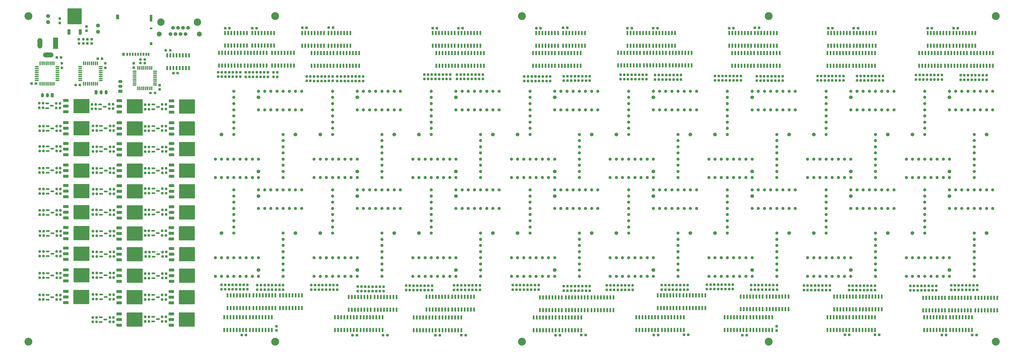
<source format=gbr>
%TF.GenerationSoftware,KiCad,Pcbnew,8.0.6*%
%TF.CreationDate,2025-05-14T01:22:40+09:00*%
%TF.ProjectId,denko_test,64656e6b-6f5f-4746-9573-742e6b696361,rev?*%
%TF.SameCoordinates,Original*%
%TF.FileFunction,Soldermask,Top*%
%TF.FilePolarity,Negative*%
%FSLAX46Y46*%
G04 Gerber Fmt 4.6, Leading zero omitted, Abs format (unit mm)*
G04 Created by KiCad (PCBNEW 8.0.6) date 2025-05-14 01:22:40*
%MOMM*%
%LPD*%
G01*
G04 APERTURE LIST*
G04 Aperture macros list*
%AMRoundRect*
0 Rectangle with rounded corners*
0 $1 Rounding radius*
0 $2 $3 $4 $5 $6 $7 $8 $9 X,Y pos of 4 corners*
0 Add a 4 corners polygon primitive as box body*
4,1,4,$2,$3,$4,$5,$6,$7,$8,$9,$2,$3,0*
0 Add four circle primitives for the rounded corners*
1,1,$1+$1,$2,$3*
1,1,$1+$1,$4,$5*
1,1,$1+$1,$6,$7*
1,1,$1+$1,$8,$9*
0 Add four rect primitives between the rounded corners*
20,1,$1+$1,$2,$3,$4,$5,0*
20,1,$1+$1,$4,$5,$6,$7,0*
20,1,$1+$1,$6,$7,$8,$9,0*
20,1,$1+$1,$8,$9,$2,$3,0*%
G04 Aperture macros list end*
%ADD10RoundRect,0.237500X0.237500X-0.250000X0.237500X0.250000X-0.237500X0.250000X-0.237500X-0.250000X0*%
%ADD11RoundRect,0.237500X-0.237500X0.250000X-0.237500X-0.250000X0.237500X-0.250000X0.237500X0.250000X0*%
%ADD12RoundRect,0.237500X-0.300000X-0.237500X0.300000X-0.237500X0.300000X0.237500X-0.300000X0.237500X0*%
%ADD13RoundRect,0.250000X-0.850000X-0.350000X0.850000X-0.350000X0.850000X0.350000X-0.850000X0.350000X0*%
%ADD14RoundRect,0.249997X-2.950003X-2.650003X2.950003X-2.650003X2.950003X2.650003X-2.950003X2.650003X0*%
%ADD15RoundRect,0.150000X-0.587500X-0.150000X0.587500X-0.150000X0.587500X0.150000X-0.587500X0.150000X0*%
%ADD16RoundRect,0.150000X0.150000X-0.725000X0.150000X0.725000X-0.150000X0.725000X-0.150000X-0.725000X0*%
%ADD17RoundRect,0.237500X0.287500X0.237500X-0.287500X0.237500X-0.287500X-0.237500X0.287500X-0.237500X0*%
%ADD18RoundRect,0.150000X-0.150000X0.725000X-0.150000X-0.725000X0.150000X-0.725000X0.150000X0.725000X0*%
%ADD19RoundRect,0.237500X0.300000X0.237500X-0.300000X0.237500X-0.300000X-0.237500X0.300000X-0.237500X0*%
%ADD20C,1.500000*%
%ADD21C,1.300000*%
%ADD22RoundRect,0.237500X-0.250000X-0.237500X0.250000X-0.237500X0.250000X0.237500X-0.250000X0.237500X0*%
%ADD23R,2.000000X4.600000*%
%ADD24O,2.000000X4.200000*%
%ADD25O,4.200000X2.000000*%
%ADD26RoundRect,0.250000X0.350000X0.625000X-0.350000X0.625000X-0.350000X-0.625000X0.350000X-0.625000X0*%
%ADD27O,1.200000X1.750000*%
%ADD28C,3.200000*%
%ADD29RoundRect,0.250000X0.625000X-0.350000X0.625000X0.350000X-0.625000X0.350000X-0.625000X-0.350000X0*%
%ADD30O,1.750000X1.200000*%
%ADD31RoundRect,0.237500X0.237500X-0.300000X0.237500X0.300000X-0.237500X0.300000X-0.237500X-0.300000X0*%
%ADD32C,1.600000*%
%ADD33RoundRect,0.125000X0.625000X0.125000X-0.625000X0.125000X-0.625000X-0.125000X0.625000X-0.125000X0*%
%ADD34RoundRect,0.125000X0.125000X0.625000X-0.125000X0.625000X-0.125000X-0.625000X0.125000X-0.625000X0*%
%ADD35RoundRect,0.250000X-0.350000X-0.625000X0.350000X-0.625000X0.350000X0.625000X-0.350000X0.625000X0*%
%ADD36R,0.700000X1.200000*%
%ADD37R,1.000000X0.800000*%
%ADD38R,1.000000X1.200000*%
%ADD39R,1.000000X2.800000*%
%ADD40R,1.300000X1.900000*%
%ADD41C,2.000000*%
%ADD42C,3.000000*%
%ADD43RoundRect,0.250000X0.350000X-0.850000X0.350000X0.850000X-0.350000X0.850000X-0.350000X-0.850000X0*%
%ADD44RoundRect,0.249997X2.650003X-2.950003X2.650003X2.950003X-2.650003X2.950003X-2.650003X-2.950003X0*%
%ADD45RoundRect,0.237500X-0.237500X0.300000X-0.237500X-0.300000X0.237500X-0.300000X0.237500X0.300000X0*%
%ADD46RoundRect,0.125000X-0.125000X0.625000X-0.125000X-0.625000X0.125000X-0.625000X0.125000X0.625000X0*%
%ADD47RoundRect,0.125000X-0.625000X0.125000X-0.625000X-0.125000X0.625000X-0.125000X0.625000X0.125000X0*%
G04 APERTURE END LIST*
D10*
%TO.C,R53*%
X231225000Y-301925000D03*
X231225000Y-300100000D03*
%TD*%
%TO.C,R62*%
X225825000Y-259542500D03*
X225825000Y-257717500D03*
%TD*%
%TO.C,R394*%
X555480000Y-324000000D03*
X555480000Y-322175000D03*
%TD*%
%TO.C,R395*%
X556980000Y-324000000D03*
X556980000Y-322175000D03*
%TD*%
D11*
%TO.C,R351*%
X383980000Y-237500000D03*
X383980000Y-239325000D03*
%TD*%
%TO.C,R127*%
X211525000Y-335162500D03*
X211525000Y-336987500D03*
%TD*%
D10*
%TO.C,R218*%
X453480000Y-323725000D03*
X453480000Y-321900000D03*
%TD*%
D11*
%TO.C,R262*%
X478180000Y-237400000D03*
X478180000Y-239225000D03*
%TD*%
D10*
%TO.C,R67*%
X188425000Y-276462500D03*
X188425000Y-274637500D03*
%TD*%
D12*
%TO.C,C37*%
X342000000Y-342400000D03*
X343725000Y-342400000D03*
%TD*%
D13*
%TO.C,Q61*%
X213825000Y-264757500D03*
X213825000Y-267037500D03*
D14*
X220125000Y-267037500D03*
D13*
X213825000Y-269317500D03*
%TD*%
D10*
%TO.C,R253*%
X310480000Y-324525000D03*
X310480000Y-322700000D03*
%TD*%
D15*
%TO.C,Q18*%
X184850000Y-317212500D03*
X184850000Y-319112500D03*
X186725000Y-318162500D03*
%TD*%
D16*
%TO.C,U20*%
X287935000Y-225075000D03*
X289205000Y-225075000D03*
X290475000Y-225075000D03*
X291745000Y-225075000D03*
X293015000Y-225075000D03*
X294285000Y-225075000D03*
X295555000Y-225075000D03*
X296825000Y-225075000D03*
X296825000Y-219925000D03*
X295555000Y-219925000D03*
X294285000Y-219925000D03*
X293015000Y-219925000D03*
X291745000Y-219925000D03*
X290475000Y-219925000D03*
X289205000Y-219925000D03*
X287935000Y-219925000D03*
%TD*%
D11*
%TO.C,R374*%
X560780000Y-237000000D03*
X560780000Y-238825000D03*
%TD*%
D17*
%TO.C,D2*%
X202650000Y-222400000D03*
X200900000Y-222400000D03*
%TD*%
D18*
%TO.C,U62*%
X284665000Y-227925000D03*
X283395000Y-227925000D03*
X282125000Y-227925000D03*
X280855000Y-227925000D03*
X279585000Y-227925000D03*
X278315000Y-227925000D03*
X277045000Y-227925000D03*
X275775000Y-227925000D03*
X275775000Y-233075000D03*
X277045000Y-233075000D03*
X278315000Y-233075000D03*
X279585000Y-233075000D03*
X280855000Y-233075000D03*
X282125000Y-233075000D03*
X283395000Y-233075000D03*
X284665000Y-233075000D03*
%TD*%
D16*
%TO.C,U26*%
X298635000Y-225075000D03*
X299905000Y-225075000D03*
X301175000Y-225075000D03*
X302445000Y-225075000D03*
X303715000Y-225075000D03*
X304985000Y-225075000D03*
X306255000Y-225075000D03*
X307525000Y-225075000D03*
X307525000Y-219925000D03*
X306255000Y-219925000D03*
X304985000Y-219925000D03*
X303715000Y-219925000D03*
X302445000Y-219925000D03*
X301175000Y-219925000D03*
X299905000Y-219925000D03*
X298635000Y-219925000D03*
%TD*%
D12*
%TO.C,C25*%
X382837500Y-217900000D03*
X384562500Y-217900000D03*
%TD*%
D18*
%TO.C,U84*%
X390400000Y-228000000D03*
X389130000Y-228000000D03*
X387860000Y-228000000D03*
X386590000Y-228000000D03*
X385320000Y-228000000D03*
X384050000Y-228000000D03*
X382780000Y-228000000D03*
X381510000Y-228000000D03*
X381510000Y-233150000D03*
X382780000Y-233150000D03*
X384050000Y-233150000D03*
X385320000Y-233150000D03*
X386590000Y-233150000D03*
X387860000Y-233150000D03*
X389130000Y-233150000D03*
X390400000Y-233150000D03*
%TD*%
D11*
%TO.C,R290*%
X501280000Y-237300000D03*
X501280000Y-239125000D03*
%TD*%
D10*
%TO.C,R84*%
X188575000Y-302025000D03*
X188575000Y-300200000D03*
%TD*%
D13*
%TO.C,Q56*%
X234950000Y-333795000D03*
X234950000Y-336075000D03*
D14*
X241250000Y-336075000D03*
D13*
X234950000Y-338355000D03*
%TD*%
D10*
%TO.C,R187*%
X433680000Y-323900000D03*
X433680000Y-322075000D03*
%TD*%
%TO.C,R52*%
X188325000Y-250275000D03*
X188325000Y-248450000D03*
%TD*%
D13*
%TO.C,Q43*%
X192225000Y-256232500D03*
X192225000Y-258512500D03*
D14*
X198525000Y-258512500D03*
D13*
X192225000Y-260792500D03*
%TD*%
D10*
%TO.C,R397*%
X559980000Y-324000000D03*
X559980000Y-322175000D03*
%TD*%
%TO.C,R191*%
X439680000Y-323900000D03*
X439680000Y-322075000D03*
%TD*%
D11*
%TO.C,R123*%
X232825000Y-291600000D03*
X232825000Y-293425000D03*
%TD*%
D10*
%TO.C,R128*%
X183100000Y-310305000D03*
X183100000Y-308480000D03*
%TD*%
D11*
%TO.C,R295*%
X346480000Y-236700000D03*
X346480000Y-238525000D03*
%TD*%
D16*
%TO.C,U59*%
X432035000Y-331400000D03*
X433305000Y-331400000D03*
X434575000Y-331400000D03*
X435845000Y-331400000D03*
X437115000Y-331400000D03*
X438385000Y-331400000D03*
X439655000Y-331400000D03*
X440925000Y-331400000D03*
X440925000Y-326250000D03*
X439655000Y-326250000D03*
X438385000Y-326250000D03*
X437115000Y-326250000D03*
X435845000Y-326250000D03*
X434575000Y-326250000D03*
X433305000Y-326250000D03*
X432035000Y-326250000D03*
%TD*%
D11*
%TO.C,R43*%
X190025000Y-317250000D03*
X190025000Y-319075000D03*
%TD*%
%TO.C,R92*%
X232900000Y-308657500D03*
X232900000Y-310482500D03*
%TD*%
D19*
%TO.C,C4*%
X548900000Y-342300000D03*
X547175000Y-342300000D03*
%TD*%
D11*
%TO.C,R268*%
X311160000Y-237500000D03*
X311160000Y-239325000D03*
%TD*%
D10*
%TO.C,R120*%
X181600000Y-310305000D03*
X181600000Y-308480000D03*
%TD*%
%TO.C,R278*%
X316480000Y-324537500D03*
X316480000Y-322712500D03*
%TD*%
D11*
%TO.C,R74*%
X211600000Y-257562500D03*
X211600000Y-259387500D03*
%TD*%
D10*
%TO.C,R220*%
X456480000Y-323725000D03*
X456480000Y-321900000D03*
%TD*%
%TO.C,R328*%
X512580000Y-324125000D03*
X512580000Y-322300000D03*
%TD*%
D13*
%TO.C,Q36*%
X213825000Y-256282500D03*
X213825000Y-258562500D03*
D14*
X220125000Y-258562500D03*
D13*
X213825000Y-260842500D03*
%TD*%
D12*
%TO.C,C26*%
X340837500Y-217900000D03*
X342562500Y-217900000D03*
%TD*%
%TO.C,C19*%
X501100000Y-217900000D03*
X502825000Y-217900000D03*
%TD*%
D18*
%TO.C,U15*%
X442670000Y-335150000D03*
X441400000Y-335150000D03*
X440130000Y-335150000D03*
X438860000Y-335150000D03*
X437590000Y-335150000D03*
X436320000Y-335150000D03*
X435050000Y-335150000D03*
X433780000Y-335150000D03*
X433780000Y-340300000D03*
X435050000Y-340300000D03*
X436320000Y-340300000D03*
X437590000Y-340300000D03*
X438860000Y-340300000D03*
X440130000Y-340300000D03*
X441400000Y-340300000D03*
X442670000Y-340300000D03*
%TD*%
D11*
%TO.C,R28*%
X211600000Y-317192500D03*
X211600000Y-319017500D03*
%TD*%
%TO.C,R178*%
X274080000Y-235800000D03*
X274080000Y-237625000D03*
%TD*%
%TO.C,R259*%
X482680000Y-237400000D03*
X482680000Y-239225000D03*
%TD*%
D10*
%TO.C,R36*%
X210100000Y-319017500D03*
X210100000Y-317192500D03*
%TD*%
D11*
%TO.C,R349*%
X386980000Y-237500000D03*
X386980000Y-239325000D03*
%TD*%
%TO.C,R93*%
X211650000Y-283237500D03*
X211650000Y-285062500D03*
%TD*%
%TO.C,R377*%
X556280000Y-237000000D03*
X556280000Y-238825000D03*
%TD*%
D12*
%TO.C,C29*%
X288000000Y-217800000D03*
X289725000Y-217800000D03*
%TD*%
D13*
%TO.C,Q48*%
X192150000Y-324607500D03*
X192150000Y-326887500D03*
D14*
X198450000Y-326887500D03*
D13*
X192150000Y-329167500D03*
%TD*%
D11*
%TO.C,R265*%
X338980000Y-236700000D03*
X338980000Y-238525000D03*
%TD*%
%TO.C,R172*%
X435480000Y-236900000D03*
X435480000Y-238725000D03*
%TD*%
D18*
%TO.C,U17*%
X310160000Y-335150000D03*
X308890000Y-335150000D03*
X307620000Y-335150000D03*
X306350000Y-335150000D03*
X305080000Y-335150000D03*
X303810000Y-335150000D03*
X302540000Y-335150000D03*
X301270000Y-335150000D03*
X301270000Y-340300000D03*
X302540000Y-340300000D03*
X303810000Y-340300000D03*
X305080000Y-340300000D03*
X306350000Y-340300000D03*
X307620000Y-340300000D03*
X308890000Y-340300000D03*
X310160000Y-340300000D03*
%TD*%
D15*
%TO.C,Q49*%
X227625000Y-266062500D03*
X227625000Y-267962500D03*
X229500000Y-267012500D03*
%TD*%
D20*
%TO.C,U40*%
X510280000Y-316000000D03*
X495280000Y-301000000D03*
X525280000Y-301000000D03*
X510280000Y-286000000D03*
D21*
X500280000Y-283500000D03*
X500280000Y-286000000D03*
X500280000Y-288500000D03*
X500280000Y-291000000D03*
X500280000Y-293500000D03*
X500280000Y-296000000D03*
X500280000Y-298500000D03*
X500280000Y-301000000D03*
X492780000Y-311000000D03*
X495280000Y-311000000D03*
X497780000Y-311000000D03*
X500280000Y-311000000D03*
X502780000Y-311000000D03*
X505280000Y-311000000D03*
X507780000Y-311000000D03*
X510280000Y-311000000D03*
X520280000Y-318500000D03*
X520280000Y-316000000D03*
X520280000Y-313500000D03*
X520280000Y-311000000D03*
X520280000Y-308500000D03*
X520280000Y-306000000D03*
X520280000Y-303500000D03*
X520280000Y-301000000D03*
X527780000Y-291000000D03*
X525280000Y-291000000D03*
X522780000Y-291000000D03*
X520280000Y-291000000D03*
X517780000Y-291000000D03*
X515280000Y-291000000D03*
X512780000Y-291000000D03*
X510280000Y-291000000D03*
X492780000Y-318500000D03*
X495280000Y-318500000D03*
X497780000Y-318500000D03*
X500280000Y-318500000D03*
X502780000Y-318500000D03*
X505280000Y-318500000D03*
X507780000Y-318500000D03*
X510280000Y-318500000D03*
X527780000Y-283500000D03*
X525280000Y-283500000D03*
X522780000Y-283500000D03*
X520280000Y-283500000D03*
X517780000Y-283500000D03*
X515280000Y-283500000D03*
X512780000Y-283500000D03*
X510280000Y-283500000D03*
%TD*%
D11*
%TO.C,R239*%
X300300000Y-237490000D03*
X300300000Y-239315000D03*
%TD*%
D10*
%TO.C,R333*%
X520080000Y-324125000D03*
X520080000Y-322300000D03*
%TD*%
D11*
%TO.C,R267*%
X312660000Y-237500000D03*
X312660000Y-239325000D03*
%TD*%
D15*
%TO.C,Q27*%
X206487500Y-300212500D03*
X206487500Y-302112500D03*
X208362500Y-301162500D03*
%TD*%
D10*
%TO.C,R51*%
X188525000Y-319075000D03*
X188525000Y-317250000D03*
%TD*%
%TO.C,R113*%
X225850000Y-336767500D03*
X225850000Y-334942500D03*
%TD*%
D16*
%TO.C,U82*%
X348780000Y-331950000D03*
X350050000Y-331950000D03*
X351320000Y-331950000D03*
X352590000Y-331950000D03*
X353860000Y-331950000D03*
X355130000Y-331950000D03*
X356400000Y-331950000D03*
X357670000Y-331950000D03*
X357670000Y-326800000D03*
X356400000Y-326800000D03*
X355130000Y-326800000D03*
X353860000Y-326800000D03*
X352590000Y-326800000D03*
X351320000Y-326800000D03*
X350050000Y-326800000D03*
X348780000Y-326800000D03*
%TD*%
D11*
%TO.C,R9*%
X190000000Y-265887500D03*
X190000000Y-267712500D03*
%TD*%
%TO.C,R173*%
X433980000Y-236900000D03*
X433980000Y-238725000D03*
%TD*%
D18*
%TO.C,U19*%
X468060000Y-335150000D03*
X466790000Y-335150000D03*
X465520000Y-335150000D03*
X464250000Y-335150000D03*
X462980000Y-335150000D03*
X461710000Y-335150000D03*
X460440000Y-335150000D03*
X459170000Y-335150000D03*
X459170000Y-340300000D03*
X460440000Y-340300000D03*
X461710000Y-340300000D03*
X462980000Y-340300000D03*
X464250000Y-340300000D03*
X465520000Y-340300000D03*
X466790000Y-340300000D03*
X468060000Y-340300000D03*
%TD*%
%TO.C,U75*%
X509670000Y-228000000D03*
X508400000Y-228000000D03*
X507130000Y-228000000D03*
X505860000Y-228000000D03*
X504590000Y-228000000D03*
X503320000Y-228000000D03*
X502050000Y-228000000D03*
X500780000Y-228000000D03*
X500780000Y-233150000D03*
X502050000Y-233150000D03*
X503320000Y-233150000D03*
X504590000Y-233150000D03*
X505860000Y-233150000D03*
X507130000Y-233150000D03*
X508400000Y-233150000D03*
X509670000Y-233150000D03*
%TD*%
D10*
%TO.C,R227*%
X297680000Y-323925000D03*
X297680000Y-322100000D03*
%TD*%
%TO.C,R78*%
X225900000Y-284825000D03*
X225900000Y-283000000D03*
%TD*%
%TO.C,R196*%
X274280000Y-323925000D03*
X274280000Y-322100000D03*
%TD*%
D19*
%TO.C,C34*%
X197862500Y-241000000D03*
X196137500Y-241000000D03*
%TD*%
D10*
%TO.C,R100*%
X210150000Y-285075000D03*
X210150000Y-283250000D03*
%TD*%
%TO.C,R251*%
X300680000Y-323925000D03*
X300680000Y-322100000D03*
%TD*%
D11*
%TO.C,R285*%
X512780000Y-237300000D03*
X512780000Y-239125000D03*
%TD*%
D12*
%TO.C,C24*%
X393700000Y-217800000D03*
X395425000Y-217800000D03*
%TD*%
D15*
%TO.C,Q41*%
X184825000Y-257637500D03*
X184825000Y-259537500D03*
X186700000Y-258587500D03*
%TD*%
D11*
%TO.C,R234*%
X461270000Y-237287500D03*
X461270000Y-239112500D03*
%TD*%
%TO.C,R77*%
X190075000Y-300200000D03*
X190075000Y-302025000D03*
%TD*%
%TO.C,R200*%
X458270000Y-237287500D03*
X458270000Y-239112500D03*
%TD*%
D20*
%TO.C,U49*%
X550280000Y-276000000D03*
X535280000Y-261000000D03*
X565280000Y-261000000D03*
X550280000Y-246000000D03*
D21*
X540280000Y-243500000D03*
X540280000Y-246000000D03*
X540280000Y-248500000D03*
X540280000Y-251000000D03*
X540280000Y-253500000D03*
X540280000Y-256000000D03*
X540280000Y-258500000D03*
X540280000Y-261000000D03*
X532780000Y-271000000D03*
X535280000Y-271000000D03*
X537780000Y-271000000D03*
X540280000Y-271000000D03*
X542780000Y-271000000D03*
X545280000Y-271000000D03*
X547780000Y-271000000D03*
X550280000Y-271000000D03*
X560280000Y-278500000D03*
X560280000Y-276000000D03*
X560280000Y-273500000D03*
X560280000Y-271000000D03*
X560280000Y-268500000D03*
X560280000Y-266000000D03*
X560280000Y-263500000D03*
X560280000Y-261000000D03*
X567780000Y-251000000D03*
X565280000Y-251000000D03*
X562780000Y-251000000D03*
X560280000Y-251000000D03*
X557780000Y-251000000D03*
X555280000Y-251000000D03*
X552780000Y-251000000D03*
X550280000Y-251000000D03*
X532780000Y-278500000D03*
X535280000Y-278500000D03*
X537780000Y-278500000D03*
X540280000Y-278500000D03*
X542780000Y-278500000D03*
X545280000Y-278500000D03*
X547780000Y-278500000D03*
X550280000Y-278500000D03*
X567780000Y-243500000D03*
X565280000Y-243500000D03*
X562780000Y-243500000D03*
X560280000Y-243500000D03*
X557780000Y-243500000D03*
X555280000Y-243500000D03*
X552780000Y-243500000D03*
X550280000Y-243500000D03*
%TD*%
D10*
%TO.C,R24*%
X203200000Y-319030000D03*
X203200000Y-317205000D03*
%TD*%
%TO.C,R158*%
X411380000Y-324025000D03*
X411380000Y-322200000D03*
%TD*%
D12*
%TO.C,C12*%
X401100000Y-342300000D03*
X402825000Y-342300000D03*
%TD*%
D22*
%TO.C,R20*%
X197475000Y-222400000D03*
X199300000Y-222400000D03*
%TD*%
D11*
%TO.C,R318*%
X515780000Y-237300000D03*
X515780000Y-239125000D03*
%TD*%
D10*
%TO.C,R335*%
X353980000Y-324025000D03*
X353980000Y-322200000D03*
%TD*%
%TO.C,R54*%
X224325000Y-257717500D03*
X224325000Y-259542500D03*
%TD*%
%TO.C,R72*%
X181675000Y-302025000D03*
X181675000Y-300200000D03*
%TD*%
%TO.C,R195*%
X272780000Y-323925000D03*
X272780000Y-322100000D03*
%TD*%
D20*
%TO.C,U33*%
X470280000Y-276000000D03*
X455280000Y-261000000D03*
X485280000Y-261000000D03*
X470280000Y-246000000D03*
D21*
X460280000Y-243500000D03*
X460280000Y-246000000D03*
X460280000Y-248500000D03*
X460280000Y-251000000D03*
X460280000Y-253500000D03*
X460280000Y-256000000D03*
X460280000Y-258500000D03*
X460280000Y-261000000D03*
X452780000Y-271000000D03*
X455280000Y-271000000D03*
X457780000Y-271000000D03*
X460280000Y-271000000D03*
X462780000Y-271000000D03*
X465280000Y-271000000D03*
X467780000Y-271000000D03*
X470280000Y-271000000D03*
X480280000Y-278500000D03*
X480280000Y-276000000D03*
X480280000Y-273500000D03*
X480280000Y-271000000D03*
X480280000Y-268500000D03*
X480280000Y-266000000D03*
X480280000Y-263500000D03*
X480280000Y-261000000D03*
X487780000Y-251000000D03*
X485280000Y-251000000D03*
X482780000Y-251000000D03*
X480280000Y-251000000D03*
X477780000Y-251000000D03*
X475280000Y-251000000D03*
X472780000Y-251000000D03*
X470280000Y-251000000D03*
X452780000Y-278500000D03*
X455280000Y-278500000D03*
X457780000Y-278500000D03*
X460280000Y-278500000D03*
X462780000Y-278500000D03*
X465280000Y-278500000D03*
X467780000Y-278500000D03*
X470280000Y-278500000D03*
X487780000Y-243500000D03*
X485280000Y-243500000D03*
X482780000Y-243500000D03*
X480280000Y-243500000D03*
X477780000Y-243500000D03*
X475280000Y-243500000D03*
X472780000Y-243500000D03*
X470280000Y-243500000D03*
%TD*%
D10*
%TO.C,R330*%
X515580000Y-324125000D03*
X515580000Y-322300000D03*
%TD*%
D11*
%TO.C,R205*%
X438480000Y-236900000D03*
X438480000Y-238725000D03*
%TD*%
D16*
%TO.C,U8*%
X419780000Y-225050000D03*
X421050000Y-225050000D03*
X422320000Y-225050000D03*
X423590000Y-225050000D03*
X424860000Y-225050000D03*
X426130000Y-225050000D03*
X427400000Y-225050000D03*
X428670000Y-225050000D03*
X428670000Y-219900000D03*
X427400000Y-219900000D03*
X426130000Y-219900000D03*
X424860000Y-219900000D03*
X423590000Y-219900000D03*
X422320000Y-219900000D03*
X421050000Y-219900000D03*
X419780000Y-219900000D03*
%TD*%
D10*
%TO.C,R170*%
X264280000Y-323812500D03*
X264280000Y-321987500D03*
%TD*%
D18*
%TO.C,U23*%
X320570000Y-335150000D03*
X319300000Y-335150000D03*
X318030000Y-335150000D03*
X316760000Y-335150000D03*
X315490000Y-335150000D03*
X314220000Y-335150000D03*
X312950000Y-335150000D03*
X311680000Y-335150000D03*
X311680000Y-340300000D03*
X312950000Y-340300000D03*
X314220000Y-340300000D03*
X315490000Y-340300000D03*
X316760000Y-340300000D03*
X318030000Y-340300000D03*
X319300000Y-340300000D03*
X320570000Y-340300000D03*
%TD*%
D10*
%TO.C,R219*%
X454980000Y-323725000D03*
X454980000Y-321900000D03*
%TD*%
D23*
%TO.C,J2*%
X188000000Y-224000000D03*
D24*
X181700000Y-224000000D03*
D25*
X185100000Y-228800000D03*
%TD*%
D16*
%TO.C,U65*%
X278980000Y-331400000D03*
X280250000Y-331400000D03*
X281520000Y-331400000D03*
X282790000Y-331400000D03*
X284060000Y-331400000D03*
X285330000Y-331400000D03*
X286600000Y-331400000D03*
X287870000Y-331400000D03*
X287870000Y-326250000D03*
X286600000Y-326250000D03*
X285330000Y-326250000D03*
X284060000Y-326250000D03*
X282790000Y-326250000D03*
X281520000Y-326250000D03*
X280250000Y-326250000D03*
X278980000Y-326250000D03*
%TD*%
D10*
%TO.C,R4*%
X181600000Y-267712500D03*
X181600000Y-265887500D03*
%TD*%
D11*
%TO.C,R314*%
X521780000Y-237300000D03*
X521780000Y-239125000D03*
%TD*%
%TO.C,R149*%
X404480000Y-237400000D03*
X404480000Y-239225000D03*
%TD*%
D15*
%TO.C,Q37*%
X206475000Y-325912500D03*
X206475000Y-327812500D03*
X208350000Y-326862500D03*
%TD*%
%TO.C,Q44*%
X206512500Y-283212500D03*
X206512500Y-285112500D03*
X208387500Y-284162500D03*
%TD*%
D11*
%TO.C,R25*%
X211300000Y-248725000D03*
X211300000Y-250550000D03*
%TD*%
%TO.C,R353*%
X380980000Y-237500000D03*
X380980000Y-239325000D03*
%TD*%
D26*
%TO.C,J5*%
X186700000Y-245100000D03*
D27*
X184700000Y-245100000D03*
X182700000Y-245100000D03*
%TD*%
D10*
%TO.C,R88*%
X203250000Y-285075000D03*
X203250000Y-283250000D03*
%TD*%
%TO.C,R13*%
X225900000Y-319242500D03*
X225900000Y-317417500D03*
%TD*%
D16*
%TO.C,U32*%
X340880000Y-225050000D03*
X342150000Y-225050000D03*
X343420000Y-225050000D03*
X344690000Y-225050000D03*
X345960000Y-225050000D03*
X347230000Y-225050000D03*
X348500000Y-225050000D03*
X349770000Y-225050000D03*
X349770000Y-219900000D03*
X348500000Y-219900000D03*
X347230000Y-219900000D03*
X345960000Y-219900000D03*
X344690000Y-219900000D03*
X343420000Y-219900000D03*
X342150000Y-219900000D03*
X340880000Y-219900000D03*
%TD*%
D11*
%TO.C,R296*%
X344980000Y-236700000D03*
X344980000Y-238525000D03*
%TD*%
D18*
%TO.C,U83*%
X546870000Y-228000000D03*
X545600000Y-228000000D03*
X544330000Y-228000000D03*
X543060000Y-228000000D03*
X541790000Y-228000000D03*
X540520000Y-228000000D03*
X539250000Y-228000000D03*
X537980000Y-228000000D03*
X537980000Y-233150000D03*
X539250000Y-233150000D03*
X540520000Y-233150000D03*
X541790000Y-233150000D03*
X543060000Y-233150000D03*
X544330000Y-233150000D03*
X545600000Y-233150000D03*
X546870000Y-233150000D03*
%TD*%
%TO.C,U31*%
X509650000Y-335100000D03*
X508380000Y-335100000D03*
X507110000Y-335100000D03*
X505840000Y-335100000D03*
X504570000Y-335100000D03*
X503300000Y-335100000D03*
X502030000Y-335100000D03*
X500760000Y-335100000D03*
X500760000Y-340250000D03*
X502030000Y-340250000D03*
X503300000Y-340250000D03*
X504570000Y-340250000D03*
X505840000Y-340250000D03*
X507110000Y-340250000D03*
X508380000Y-340250000D03*
X509650000Y-340250000D03*
%TD*%
D11*
%TO.C,R323*%
X358180000Y-236712500D03*
X358180000Y-238537500D03*
%TD*%
%TO.C,R260*%
X481180000Y-237400000D03*
X481180000Y-239225000D03*
%TD*%
D20*
%TO.C,U39*%
X510280000Y-276000000D03*
X495280000Y-261000000D03*
X525280000Y-261000000D03*
X510280000Y-246000000D03*
D21*
X500280000Y-243500000D03*
X500280000Y-246000000D03*
X500280000Y-248500000D03*
X500280000Y-251000000D03*
X500280000Y-253500000D03*
X500280000Y-256000000D03*
X500280000Y-258500000D03*
X500280000Y-261000000D03*
X492780000Y-271000000D03*
X495280000Y-271000000D03*
X497780000Y-271000000D03*
X500280000Y-271000000D03*
X502780000Y-271000000D03*
X505280000Y-271000000D03*
X507780000Y-271000000D03*
X510280000Y-271000000D03*
X520280000Y-278500000D03*
X520280000Y-276000000D03*
X520280000Y-273500000D03*
X520280000Y-271000000D03*
X520280000Y-268500000D03*
X520280000Y-266000000D03*
X520280000Y-263500000D03*
X520280000Y-261000000D03*
X527780000Y-251000000D03*
X525280000Y-251000000D03*
X522780000Y-251000000D03*
X520280000Y-251000000D03*
X517780000Y-251000000D03*
X515280000Y-251000000D03*
X512780000Y-251000000D03*
X510280000Y-251000000D03*
X492780000Y-278500000D03*
X495280000Y-278500000D03*
X497780000Y-278500000D03*
X500280000Y-278500000D03*
X502780000Y-278500000D03*
X505280000Y-278500000D03*
X507780000Y-278500000D03*
X510280000Y-278500000D03*
X527780000Y-243500000D03*
X525280000Y-243500000D03*
X522780000Y-243500000D03*
X520280000Y-243500000D03*
X517780000Y-243500000D03*
X515280000Y-243500000D03*
X512780000Y-243500000D03*
X510280000Y-243500000D03*
%TD*%
D11*
%TO.C,R287*%
X505780000Y-237300000D03*
X505780000Y-239125000D03*
%TD*%
%TO.C,R348*%
X388480000Y-237500000D03*
X388480000Y-239325000D03*
%TD*%
%TO.C,R293*%
X350680000Y-236700000D03*
X350680000Y-238525000D03*
%TD*%
D16*
%TO.C,U86*%
X233260000Y-234100000D03*
X234530000Y-234100000D03*
X235800000Y-234100000D03*
X237070000Y-234100000D03*
X238340000Y-234100000D03*
X239610000Y-234100000D03*
X240880000Y-234100000D03*
X242150000Y-234100000D03*
X242150000Y-228950000D03*
X240880000Y-228950000D03*
X239610000Y-228950000D03*
X238340000Y-228950000D03*
X237070000Y-228950000D03*
X235800000Y-228950000D03*
X234530000Y-228950000D03*
X233260000Y-228950000D03*
%TD*%
D10*
%TO.C,R107*%
X225900000Y-267937500D03*
X225900000Y-266112500D03*
%TD*%
D15*
%TO.C,Q12*%
X206425000Y-317167500D03*
X206425000Y-319067500D03*
X208300000Y-318117500D03*
%TD*%
D28*
%TO.C,H5*%
X177000000Y-345000000D03*
%TD*%
D12*
%TO.C,C5*%
X559500000Y-342300000D03*
X561225000Y-342300000D03*
%TD*%
D11*
%TO.C,R375*%
X559280000Y-237000000D03*
X559280000Y-238825000D03*
%TD*%
D10*
%TO.C,R281*%
X320980000Y-324537500D03*
X320980000Y-322712500D03*
%TD*%
D20*
%TO.C,U34*%
X470280000Y-316000000D03*
X455280000Y-301000000D03*
X485280000Y-301000000D03*
X470280000Y-286000000D03*
D21*
X460280000Y-283500000D03*
X460280000Y-286000000D03*
X460280000Y-288500000D03*
X460280000Y-291000000D03*
X460280000Y-293500000D03*
X460280000Y-296000000D03*
X460280000Y-298500000D03*
X460280000Y-301000000D03*
X452780000Y-311000000D03*
X455280000Y-311000000D03*
X457780000Y-311000000D03*
X460280000Y-311000000D03*
X462780000Y-311000000D03*
X465280000Y-311000000D03*
X467780000Y-311000000D03*
X470280000Y-311000000D03*
X480280000Y-318500000D03*
X480280000Y-316000000D03*
X480280000Y-313500000D03*
X480280000Y-311000000D03*
X480280000Y-308500000D03*
X480280000Y-306000000D03*
X480280000Y-303500000D03*
X480280000Y-301000000D03*
X487780000Y-291000000D03*
X485280000Y-291000000D03*
X482780000Y-291000000D03*
X480280000Y-291000000D03*
X477780000Y-291000000D03*
X475280000Y-291000000D03*
X472780000Y-291000000D03*
X470280000Y-291000000D03*
X452780000Y-318500000D03*
X455280000Y-318500000D03*
X457780000Y-318500000D03*
X460280000Y-318500000D03*
X462780000Y-318500000D03*
X465280000Y-318500000D03*
X467780000Y-318500000D03*
X470280000Y-318500000D03*
X487780000Y-283500000D03*
X485280000Y-283500000D03*
X482780000Y-283500000D03*
X480280000Y-283500000D03*
X477780000Y-283500000D03*
X475280000Y-283500000D03*
X472780000Y-283500000D03*
X470280000Y-283500000D03*
%TD*%
D18*
%TO.C,U35*%
X352470000Y-335200000D03*
X351200000Y-335200000D03*
X349930000Y-335200000D03*
X348660000Y-335200000D03*
X347390000Y-335200000D03*
X346120000Y-335200000D03*
X344850000Y-335200000D03*
X343580000Y-335200000D03*
X343580000Y-340350000D03*
X344850000Y-340350000D03*
X346120000Y-340350000D03*
X347390000Y-340350000D03*
X348660000Y-340350000D03*
X349930000Y-340350000D03*
X351200000Y-340350000D03*
X352470000Y-340350000D03*
%TD*%
D16*
%TO.C,U14*%
X430180000Y-225050000D03*
X431450000Y-225050000D03*
X432720000Y-225050000D03*
X433990000Y-225050000D03*
X435260000Y-225050000D03*
X436530000Y-225050000D03*
X437800000Y-225050000D03*
X439070000Y-225050000D03*
X439070000Y-219900000D03*
X437800000Y-219900000D03*
X436530000Y-219900000D03*
X435260000Y-219900000D03*
X433990000Y-219900000D03*
X432720000Y-219900000D03*
X431450000Y-219900000D03*
X430180000Y-219900000D03*
%TD*%
D15*
%TO.C,Q33*%
X206425000Y-257537500D03*
X206425000Y-259437500D03*
X208300000Y-258487500D03*
%TD*%
D13*
%TO.C,Q62*%
X235000000Y-290307500D03*
X235000000Y-292587500D03*
D14*
X241300000Y-292587500D03*
D13*
X235000000Y-294867500D03*
%TD*%
D10*
%TO.C,R140*%
X402980000Y-324325000D03*
X402980000Y-322500000D03*
%TD*%
D11*
%TO.C,R382*%
X399980000Y-237400000D03*
X399980000Y-239225000D03*
%TD*%
%TO.C,R44*%
X189825000Y-248450000D03*
X189825000Y-250275000D03*
%TD*%
D15*
%TO.C,Q4*%
X227625000Y-317367500D03*
X227625000Y-319267500D03*
X229500000Y-318317500D03*
%TD*%
D12*
%TO.C,C16*%
X551900000Y-217900000D03*
X553625000Y-217900000D03*
%TD*%
D11*
%TO.C,R181*%
X269580000Y-235800000D03*
X269580000Y-237625000D03*
%TD*%
%TO.C,R76*%
X232800000Y-283012500D03*
X232800000Y-284837500D03*
%TD*%
%TO.C,R11*%
X232800000Y-317405000D03*
X232800000Y-319230000D03*
%TD*%
D13*
%TO.C,Q52*%
X235025000Y-264707500D03*
X235025000Y-266987500D03*
D14*
X241325000Y-266987500D03*
D13*
X235025000Y-269267500D03*
%TD*%
D10*
%TO.C,R15*%
X231225000Y-250675000D03*
X231225000Y-248850000D03*
%TD*%
D29*
%TO.C,J1*%
X214300000Y-243500000D03*
D30*
X214300000Y-241500000D03*
X214300000Y-239500000D03*
%TD*%
D10*
%TO.C,R398*%
X561480000Y-324000000D03*
X561480000Y-322175000D03*
%TD*%
%TO.C,R370*%
X380780000Y-323912500D03*
X380780000Y-322087500D03*
%TD*%
D18*
%TO.C,U61*%
X445770000Y-227900000D03*
X444500000Y-227900000D03*
X443230000Y-227900000D03*
X441960000Y-227900000D03*
X440690000Y-227900000D03*
X439420000Y-227900000D03*
X438150000Y-227900000D03*
X436880000Y-227900000D03*
X436880000Y-233050000D03*
X438150000Y-233050000D03*
X439420000Y-233050000D03*
X440690000Y-233050000D03*
X441960000Y-233050000D03*
X443230000Y-233050000D03*
X444500000Y-233050000D03*
X445770000Y-233050000D03*
%TD*%
D11*
%TO.C,R316*%
X518780000Y-237300000D03*
X518780000Y-239125000D03*
%TD*%
%TO.C,R80*%
X211575000Y-326000000D03*
X211575000Y-327825000D03*
%TD*%
D13*
%TO.C,Q22*%
X192200000Y-315857500D03*
X192200000Y-318137500D03*
D14*
X198500000Y-318137500D03*
D13*
X192200000Y-320417500D03*
%TD*%
D10*
%TO.C,R309*%
X339080000Y-324125000D03*
X339080000Y-322300000D03*
%TD*%
D13*
%TO.C,Q6*%
X213825000Y-290327500D03*
X213825000Y-292607500D03*
D14*
X220125000Y-292607500D03*
D13*
X213825000Y-294887500D03*
%TD*%
D10*
%TO.C,R213*%
X208200000Y-234000000D03*
X208200000Y-232175000D03*
%TD*%
D15*
%TO.C,Q3*%
X184825000Y-265862500D03*
X184825000Y-267762500D03*
X186700000Y-266812500D03*
%TD*%
D31*
%TO.C,C35*%
X277500000Y-340462500D03*
X277500000Y-338737500D03*
%TD*%
D28*
%TO.C,H8*%
X277000000Y-213000000D03*
%TD*%
D10*
%TO.C,R332*%
X518580000Y-324125000D03*
X518580000Y-322300000D03*
%TD*%
D16*
%TO.C,U77*%
X503490000Y-331900000D03*
X504760000Y-331900000D03*
X506030000Y-331900000D03*
X507300000Y-331900000D03*
X508570000Y-331900000D03*
X509840000Y-331900000D03*
X511110000Y-331900000D03*
X512380000Y-331900000D03*
X512380000Y-326750000D03*
X511110000Y-326750000D03*
X509840000Y-326750000D03*
X508570000Y-326750000D03*
X507300000Y-326750000D03*
X506030000Y-326750000D03*
X504760000Y-326750000D03*
X503490000Y-326750000D03*
%TD*%
D11*
%TO.C,R34*%
X231300000Y-274750000D03*
X231300000Y-276575000D03*
%TD*%
D10*
%TO.C,R157*%
X404480000Y-324325000D03*
X404480000Y-322500000D03*
%TD*%
D11*
%TO.C,R383*%
X398480000Y-237400000D03*
X398480000Y-239225000D03*
%TD*%
D20*
%TO.C,U6*%
X310280000Y-316000000D03*
X295280000Y-301000000D03*
X325280000Y-301000000D03*
X310280000Y-286000000D03*
D21*
X300280000Y-283500000D03*
X300280000Y-286000000D03*
X300280000Y-288500000D03*
X300280000Y-291000000D03*
X300280000Y-293500000D03*
X300280000Y-296000000D03*
X300280000Y-298500000D03*
X300280000Y-301000000D03*
X292780000Y-311000000D03*
X295280000Y-311000000D03*
X297780000Y-311000000D03*
X300280000Y-311000000D03*
X302780000Y-311000000D03*
X305280000Y-311000000D03*
X307780000Y-311000000D03*
X310280000Y-311000000D03*
X320280000Y-318500000D03*
X320280000Y-316000000D03*
X320280000Y-313500000D03*
X320280000Y-311000000D03*
X320280000Y-308500000D03*
X320280000Y-306000000D03*
X320280000Y-303500000D03*
X320280000Y-301000000D03*
X327780000Y-291000000D03*
X325280000Y-291000000D03*
X322780000Y-291000000D03*
X320280000Y-291000000D03*
X317780000Y-291000000D03*
X315280000Y-291000000D03*
X312780000Y-291000000D03*
X310280000Y-291000000D03*
X292780000Y-318500000D03*
X295280000Y-318500000D03*
X297780000Y-318500000D03*
X300280000Y-318500000D03*
X302780000Y-318500000D03*
X305280000Y-318500000D03*
X307780000Y-318500000D03*
X310280000Y-318500000D03*
X327780000Y-283500000D03*
X325280000Y-283500000D03*
X322780000Y-283500000D03*
X320280000Y-283500000D03*
X317780000Y-283500000D03*
X315280000Y-283500000D03*
X312780000Y-283500000D03*
X310280000Y-283500000D03*
%TD*%
D11*
%TO.C,R202*%
X455280000Y-237300000D03*
X455280000Y-239125000D03*
%TD*%
D16*
%TO.C,U78*%
X338360000Y-331950000D03*
X339630000Y-331950000D03*
X340900000Y-331950000D03*
X342170000Y-331950000D03*
X343440000Y-331950000D03*
X344710000Y-331950000D03*
X345980000Y-331950000D03*
X347250000Y-331950000D03*
X347250000Y-326800000D03*
X345980000Y-326800000D03*
X344710000Y-326800000D03*
X343440000Y-326800000D03*
X342170000Y-326800000D03*
X340900000Y-326800000D03*
X339630000Y-326800000D03*
X338360000Y-326800000D03*
%TD*%
D11*
%TO.C,R179*%
X272580000Y-235800000D03*
X272580000Y-237625000D03*
%TD*%
%TO.C,R237*%
X303680000Y-237500000D03*
X303680000Y-239325000D03*
%TD*%
D31*
%TO.C,C6*%
X219700000Y-233900000D03*
X219700000Y-232175000D03*
%TD*%
D10*
%TO.C,R91*%
X183100000Y-259512500D03*
X183100000Y-257687500D03*
%TD*%
%TO.C,R132*%
X188500000Y-310305000D03*
X188500000Y-308480000D03*
%TD*%
D12*
%TO.C,C18*%
X511500000Y-217900000D03*
X513225000Y-217900000D03*
%TD*%
D10*
%TO.C,R71*%
X224400000Y-284825000D03*
X224400000Y-283000000D03*
%TD*%
D12*
%TO.C,C20*%
X471400000Y-217800000D03*
X473125000Y-217800000D03*
%TD*%
D10*
%TO.C,R340*%
X373280000Y-323912500D03*
X373280000Y-322087500D03*
%TD*%
D32*
%TO.C,C1*%
X185000000Y-215500000D03*
X185000000Y-213000000D03*
%TD*%
D16*
%TO.C,U70*%
X306860000Y-332050000D03*
X308130000Y-332050000D03*
X309400000Y-332050000D03*
X310670000Y-332050000D03*
X311940000Y-332050000D03*
X313210000Y-332050000D03*
X314480000Y-332050000D03*
X315750000Y-332050000D03*
X315750000Y-326900000D03*
X314480000Y-326900000D03*
X313210000Y-326900000D03*
X311940000Y-326900000D03*
X310670000Y-326900000D03*
X309400000Y-326900000D03*
X308130000Y-326900000D03*
X306860000Y-326900000D03*
%TD*%
D18*
%TO.C,U54*%
X273525000Y-227925000D03*
X272255000Y-227925000D03*
X270985000Y-227925000D03*
X269715000Y-227925000D03*
X268445000Y-227925000D03*
X267175000Y-227925000D03*
X265905000Y-227925000D03*
X264635000Y-227925000D03*
X264635000Y-233075000D03*
X265905000Y-233075000D03*
X267175000Y-233075000D03*
X268445000Y-233075000D03*
X269715000Y-233075000D03*
X270985000Y-233075000D03*
X272255000Y-233075000D03*
X273525000Y-233075000D03*
%TD*%
D11*
%TO.C,R209*%
X291290000Y-237487500D03*
X291290000Y-239312500D03*
%TD*%
D10*
%TO.C,R367*%
X376280000Y-323900000D03*
X376280000Y-322075000D03*
%TD*%
%TO.C,R188*%
X435180000Y-323900000D03*
X435180000Y-322075000D03*
%TD*%
D12*
%TO.C,C22*%
X430200000Y-217900000D03*
X431925000Y-217900000D03*
%TD*%
D10*
%TO.C,R224*%
X293180000Y-323925000D03*
X293180000Y-322100000D03*
%TD*%
%TO.C,R16*%
X210150000Y-293532500D03*
X210150000Y-291707500D03*
%TD*%
D11*
%TO.C,R345*%
X539680000Y-236900000D03*
X539680000Y-238725000D03*
%TD*%
D17*
%TO.C,D1*%
X202650000Y-224100000D03*
X200900000Y-224100000D03*
%TD*%
D11*
%TO.C,R266*%
X337480000Y-236700000D03*
X337480000Y-238525000D03*
%TD*%
%TO.C,R269*%
X309660000Y-237500000D03*
X309660000Y-239325000D03*
%TD*%
D20*
%TO.C,U21*%
X390280000Y-276000000D03*
X375280000Y-261000000D03*
X405280000Y-261000000D03*
X390280000Y-246000000D03*
D21*
X380280000Y-243500000D03*
X380280000Y-246000000D03*
X380280000Y-248500000D03*
X380280000Y-251000000D03*
X380280000Y-253500000D03*
X380280000Y-256000000D03*
X380280000Y-258500000D03*
X380280000Y-261000000D03*
X372780000Y-271000000D03*
X375280000Y-271000000D03*
X377780000Y-271000000D03*
X380280000Y-271000000D03*
X382780000Y-271000000D03*
X385280000Y-271000000D03*
X387780000Y-271000000D03*
X390280000Y-271000000D03*
X400280000Y-278500000D03*
X400280000Y-276000000D03*
X400280000Y-273500000D03*
X400280000Y-271000000D03*
X400280000Y-268500000D03*
X400280000Y-266000000D03*
X400280000Y-263500000D03*
X400280000Y-261000000D03*
X407780000Y-251000000D03*
X405280000Y-251000000D03*
X402780000Y-251000000D03*
X400280000Y-251000000D03*
X397780000Y-251000000D03*
X395280000Y-251000000D03*
X392780000Y-251000000D03*
X390280000Y-251000000D03*
X372780000Y-278500000D03*
X375280000Y-278500000D03*
X377780000Y-278500000D03*
X380280000Y-278500000D03*
X382780000Y-278500000D03*
X385280000Y-278500000D03*
X387780000Y-278500000D03*
X390280000Y-278500000D03*
X407780000Y-243500000D03*
X405280000Y-243500000D03*
X402780000Y-243500000D03*
X400280000Y-243500000D03*
X397780000Y-243500000D03*
X395280000Y-243500000D03*
X392780000Y-243500000D03*
X390280000Y-243500000D03*
%TD*%
D10*
%TO.C,R279*%
X317980000Y-324537500D03*
X317980000Y-322712500D03*
%TD*%
D18*
%TO.C,U71*%
X481500000Y-228000000D03*
X480230000Y-228000000D03*
X478960000Y-228000000D03*
X477690000Y-228000000D03*
X476420000Y-228000000D03*
X475150000Y-228000000D03*
X473880000Y-228000000D03*
X472610000Y-228000000D03*
X472610000Y-233150000D03*
X473880000Y-233150000D03*
X475150000Y-233150000D03*
X476420000Y-233150000D03*
X477690000Y-233150000D03*
X478960000Y-233150000D03*
X480230000Y-233150000D03*
X481500000Y-233150000D03*
%TD*%
D11*
%TO.C,R175*%
X430980000Y-236900000D03*
X430980000Y-238725000D03*
%TD*%
%TO.C,R384*%
X396980000Y-237400000D03*
X396980000Y-239225000D03*
%TD*%
%TO.C,R350*%
X385480000Y-237500000D03*
X385480000Y-239325000D03*
%TD*%
D16*
%TO.C,U30*%
X501080000Y-225050000D03*
X502350000Y-225050000D03*
X503620000Y-225050000D03*
X504890000Y-225050000D03*
X506160000Y-225050000D03*
X507430000Y-225050000D03*
X508700000Y-225050000D03*
X509970000Y-225050000D03*
X509970000Y-219900000D03*
X508700000Y-219900000D03*
X507430000Y-219900000D03*
X506160000Y-219900000D03*
X504890000Y-219900000D03*
X503620000Y-219900000D03*
X502350000Y-219900000D03*
X501080000Y-219900000D03*
%TD*%
D13*
%TO.C,Q21*%
X213825000Y-273407500D03*
X213825000Y-275687500D03*
D14*
X220125000Y-275687500D03*
D13*
X213825000Y-277967500D03*
%TD*%
D10*
%TO.C,R134*%
X393980000Y-324325000D03*
X393980000Y-322500000D03*
%TD*%
%TO.C,R35*%
X188500000Y-293557500D03*
X188500000Y-291732500D03*
%TD*%
D20*
%TO.C,U3*%
X270280000Y-276000000D03*
X255280000Y-261000000D03*
X285280000Y-261000000D03*
X270280000Y-246000000D03*
D21*
X260280000Y-243500000D03*
X260280000Y-246000000D03*
X260280000Y-248500000D03*
X260280000Y-251000000D03*
X260280000Y-253500000D03*
X260280000Y-256000000D03*
X260280000Y-258500000D03*
X260280000Y-261000000D03*
X252780000Y-271000000D03*
X255280000Y-271000000D03*
X257780000Y-271000000D03*
X260280000Y-271000000D03*
X262780000Y-271000000D03*
X265280000Y-271000000D03*
X267780000Y-271000000D03*
X270280000Y-271000000D03*
X280280000Y-278500000D03*
X280280000Y-276000000D03*
X280280000Y-273500000D03*
X280280000Y-271000000D03*
X280280000Y-268500000D03*
X280280000Y-266000000D03*
X280280000Y-263500000D03*
X280280000Y-261000000D03*
X287780000Y-251000000D03*
X285280000Y-251000000D03*
X282780000Y-251000000D03*
X280280000Y-251000000D03*
X277780000Y-251000000D03*
X275280000Y-251000000D03*
X272780000Y-251000000D03*
X270280000Y-251000000D03*
X252780000Y-278500000D03*
X255280000Y-278500000D03*
X257780000Y-278500000D03*
X260280000Y-278500000D03*
X262780000Y-278500000D03*
X265280000Y-278500000D03*
X267780000Y-278500000D03*
X270280000Y-278500000D03*
X287780000Y-243500000D03*
X285280000Y-243500000D03*
X282780000Y-243500000D03*
X280280000Y-243500000D03*
X277780000Y-243500000D03*
X275280000Y-243500000D03*
X272780000Y-243500000D03*
X270280000Y-243500000D03*
%TD*%
D10*
%TO.C,R273*%
X477380000Y-323900000D03*
X477380000Y-322075000D03*
%TD*%
D15*
%TO.C,Q19*%
X184650000Y-248425000D03*
X184650000Y-250325000D03*
X186525000Y-249375000D03*
%TD*%
D33*
%TO.C,U2*%
X228375000Y-240975000D03*
X228375000Y-240175000D03*
X228375000Y-239375000D03*
X228375000Y-238575000D03*
X228375000Y-237775000D03*
X228375000Y-236975000D03*
X228375000Y-236175000D03*
X228375000Y-235375000D03*
D34*
X227000000Y-234000000D03*
X226200000Y-234000000D03*
X225400000Y-234000000D03*
X224600000Y-234000000D03*
X223800000Y-234000000D03*
X223000000Y-234000000D03*
X222200000Y-234000000D03*
X221400000Y-234000000D03*
D33*
X220025000Y-235375000D03*
X220025000Y-236175000D03*
X220025000Y-236975000D03*
X220025000Y-237775000D03*
X220025000Y-238575000D03*
X220025000Y-239375000D03*
X220025000Y-240175000D03*
X220025000Y-240975000D03*
D34*
X221400000Y-242350000D03*
X222200000Y-242350000D03*
X223000000Y-242350000D03*
X223800000Y-242350000D03*
X224600000Y-242350000D03*
X225400000Y-242350000D03*
X226200000Y-242350000D03*
X227000000Y-242350000D03*
%TD*%
D10*
%TO.C,R312*%
X350980000Y-324025000D03*
X350980000Y-322200000D03*
%TD*%
%TO.C,R244*%
X460980000Y-323725000D03*
X460980000Y-321900000D03*
%TD*%
D11*
%TO.C,R206*%
X295790000Y-237500000D03*
X295790000Y-239325000D03*
%TD*%
D10*
%TO.C,R226*%
X296180000Y-323925000D03*
X296180000Y-322100000D03*
%TD*%
%TO.C,R40*%
X181425000Y-250200000D03*
X181425000Y-248375000D03*
%TD*%
D11*
%TO.C,R7*%
X211650000Y-291720000D03*
X211650000Y-293545000D03*
%TD*%
D10*
%TO.C,R331*%
X517080000Y-324125000D03*
X517080000Y-322300000D03*
%TD*%
D11*
%TO.C,R177*%
X425980000Y-236787500D03*
X425980000Y-238612500D03*
%TD*%
D16*
%TO.C,U38*%
X351280000Y-225050000D03*
X352550000Y-225050000D03*
X353820000Y-225050000D03*
X355090000Y-225050000D03*
X356360000Y-225050000D03*
X357630000Y-225050000D03*
X358900000Y-225050000D03*
X360170000Y-225050000D03*
X360170000Y-219900000D03*
X358900000Y-219900000D03*
X357630000Y-219900000D03*
X356360000Y-219900000D03*
X355090000Y-219900000D03*
X353820000Y-219900000D03*
X352550000Y-219900000D03*
X351280000Y-219900000D03*
%TD*%
D10*
%TO.C,R252*%
X302180000Y-323925000D03*
X302180000Y-322100000D03*
%TD*%
%TO.C,R305*%
X509580000Y-324125000D03*
X509580000Y-322300000D03*
%TD*%
D13*
%TO.C,Q23*%
X192200000Y-247270000D03*
X192200000Y-249550000D03*
D14*
X198500000Y-249550000D03*
D13*
X192200000Y-251830000D03*
%TD*%
D10*
%TO.C,R214*%
X441180000Y-323900000D03*
X441180000Y-322075000D03*
%TD*%
D11*
%TO.C,R289*%
X502780000Y-237300000D03*
X502780000Y-239125000D03*
%TD*%
D20*
%TO.C,U28*%
X430280000Y-316000000D03*
X415280000Y-301000000D03*
X445280000Y-301000000D03*
X430280000Y-286000000D03*
D21*
X420280000Y-283500000D03*
X420280000Y-286000000D03*
X420280000Y-288500000D03*
X420280000Y-291000000D03*
X420280000Y-293500000D03*
X420280000Y-296000000D03*
X420280000Y-298500000D03*
X420280000Y-301000000D03*
X412780000Y-311000000D03*
X415280000Y-311000000D03*
X417780000Y-311000000D03*
X420280000Y-311000000D03*
X422780000Y-311000000D03*
X425280000Y-311000000D03*
X427780000Y-311000000D03*
X430280000Y-311000000D03*
X440280000Y-318500000D03*
X440280000Y-316000000D03*
X440280000Y-313500000D03*
X440280000Y-311000000D03*
X440280000Y-308500000D03*
X440280000Y-306000000D03*
X440280000Y-303500000D03*
X440280000Y-301000000D03*
X447780000Y-291000000D03*
X445280000Y-291000000D03*
X442780000Y-291000000D03*
X440280000Y-291000000D03*
X437780000Y-291000000D03*
X435280000Y-291000000D03*
X432780000Y-291000000D03*
X430280000Y-291000000D03*
X412780000Y-318500000D03*
X415280000Y-318500000D03*
X417780000Y-318500000D03*
X420280000Y-318500000D03*
X422780000Y-318500000D03*
X425280000Y-318500000D03*
X427780000Y-318500000D03*
X430280000Y-318500000D03*
X447780000Y-283500000D03*
X445280000Y-283500000D03*
X442780000Y-283500000D03*
X440280000Y-283500000D03*
X437780000Y-283500000D03*
X435280000Y-283500000D03*
X432780000Y-283500000D03*
X430280000Y-283500000D03*
%TD*%
D11*
%TO.C,R147*%
X418480000Y-236787500D03*
X418480000Y-238612500D03*
%TD*%
%TO.C,R322*%
X359680000Y-236712500D03*
X359680000Y-238537500D03*
%TD*%
%TO.C,R46*%
X232725000Y-300100000D03*
X232725000Y-301925000D03*
%TD*%
D10*
%TO.C,R272*%
X475880000Y-323900000D03*
X475880000Y-322075000D03*
%TD*%
D11*
%TO.C,R264*%
X340480000Y-236700000D03*
X340480000Y-238525000D03*
%TD*%
%TO.C,R230*%
X472180000Y-237400000D03*
X472180000Y-239225000D03*
%TD*%
D20*
%TO.C,U27*%
X430280000Y-276000000D03*
X415280000Y-261000000D03*
X445280000Y-261000000D03*
X430280000Y-246000000D03*
D21*
X420280000Y-243500000D03*
X420280000Y-246000000D03*
X420280000Y-248500000D03*
X420280000Y-251000000D03*
X420280000Y-253500000D03*
X420280000Y-256000000D03*
X420280000Y-258500000D03*
X420280000Y-261000000D03*
X412780000Y-271000000D03*
X415280000Y-271000000D03*
X417780000Y-271000000D03*
X420280000Y-271000000D03*
X422780000Y-271000000D03*
X425280000Y-271000000D03*
X427780000Y-271000000D03*
X430280000Y-271000000D03*
X440280000Y-278500000D03*
X440280000Y-276000000D03*
X440280000Y-273500000D03*
X440280000Y-271000000D03*
X440280000Y-268500000D03*
X440280000Y-266000000D03*
X440280000Y-263500000D03*
X440280000Y-261000000D03*
X447780000Y-251000000D03*
X445280000Y-251000000D03*
X442780000Y-251000000D03*
X440280000Y-251000000D03*
X437780000Y-251000000D03*
X435280000Y-251000000D03*
X432780000Y-251000000D03*
X430280000Y-251000000D03*
X412780000Y-278500000D03*
X415280000Y-278500000D03*
X417780000Y-278500000D03*
X420280000Y-278500000D03*
X422780000Y-278500000D03*
X425280000Y-278500000D03*
X427780000Y-278500000D03*
X430280000Y-278500000D03*
X447780000Y-243500000D03*
X445280000Y-243500000D03*
X442780000Y-243500000D03*
X440280000Y-243500000D03*
X437780000Y-243500000D03*
X435280000Y-243500000D03*
X432780000Y-243500000D03*
X430280000Y-243500000D03*
%TD*%
D19*
%TO.C,C30*%
X509600000Y-342200000D03*
X507875000Y-342200000D03*
%TD*%
D15*
%TO.C,Q35*%
X184900000Y-300162500D03*
X184900000Y-302062500D03*
X186775000Y-301112500D03*
%TD*%
D19*
%TO.C,C42*%
X180062500Y-240400000D03*
X178337500Y-240400000D03*
%TD*%
D15*
%TO.C,Q50*%
X184825000Y-283112500D03*
X184825000Y-285012500D03*
X186700000Y-284062500D03*
%TD*%
D13*
%TO.C,Q29*%
X235025000Y-256282500D03*
X235025000Y-258562500D03*
D14*
X241325000Y-258562500D03*
D13*
X235025000Y-260842500D03*
%TD*%
D10*
%TO.C,R102*%
X224400000Y-267937500D03*
X224400000Y-266112500D03*
%TD*%
%TO.C,R168*%
X261280000Y-323812500D03*
X261280000Y-321987500D03*
%TD*%
%TO.C,R121*%
X203125000Y-336987500D03*
X203125000Y-335162500D03*
%TD*%
D15*
%TO.C,Q2*%
X206450000Y-291632500D03*
X206450000Y-293532500D03*
X208325000Y-292582500D03*
%TD*%
D22*
%TO.C,R19*%
X197487500Y-224100000D03*
X199312500Y-224100000D03*
%TD*%
D11*
%TO.C,R241*%
X297280000Y-237500000D03*
X297280000Y-239325000D03*
%TD*%
D19*
%TO.C,C15*%
X468100000Y-342400000D03*
X466375000Y-342400000D03*
%TD*%
D18*
%TO.C,U9*%
X432180000Y-335150000D03*
X430910000Y-335150000D03*
X429640000Y-335150000D03*
X428370000Y-335150000D03*
X427100000Y-335150000D03*
X425830000Y-335150000D03*
X424560000Y-335150000D03*
X423290000Y-335150000D03*
X423290000Y-340300000D03*
X424560000Y-340300000D03*
X425830000Y-340300000D03*
X427100000Y-340300000D03*
X428370000Y-340300000D03*
X429640000Y-340300000D03*
X430910000Y-340300000D03*
X432180000Y-340300000D03*
%TD*%
%TO.C,U66*%
X471090000Y-228000000D03*
X469820000Y-228000000D03*
X468550000Y-228000000D03*
X467280000Y-228000000D03*
X466010000Y-228000000D03*
X464740000Y-228000000D03*
X463470000Y-228000000D03*
X462200000Y-228000000D03*
X462200000Y-233150000D03*
X463470000Y-233150000D03*
X464740000Y-233150000D03*
X466010000Y-233150000D03*
X467280000Y-233150000D03*
X468550000Y-233150000D03*
X469820000Y-233150000D03*
X471090000Y-233150000D03*
%TD*%
D11*
%TO.C,R258*%
X496780000Y-237300000D03*
X496780000Y-239125000D03*
%TD*%
D18*
%TO.C,U55*%
X401070000Y-335200000D03*
X399800000Y-335200000D03*
X398530000Y-335200000D03*
X397260000Y-335200000D03*
X395990000Y-335200000D03*
X394720000Y-335200000D03*
X393450000Y-335200000D03*
X392180000Y-335200000D03*
X392180000Y-340350000D03*
X393450000Y-340350000D03*
X394720000Y-340350000D03*
X395990000Y-340350000D03*
X397260000Y-340350000D03*
X398530000Y-340350000D03*
X399800000Y-340350000D03*
X401070000Y-340350000D03*
%TD*%
D12*
%TO.C,C14*%
X442700000Y-342200000D03*
X444425000Y-342200000D03*
%TD*%
D22*
%TO.C,R362*%
X232675000Y-226900000D03*
X234500000Y-226900000D03*
%TD*%
D11*
%TO.C,R151*%
X261380000Y-235775000D03*
X261380000Y-237600000D03*
%TD*%
D10*
%TO.C,R133*%
X210025000Y-336987500D03*
X210025000Y-335162500D03*
%TD*%
%TO.C,R372*%
X383780000Y-323912500D03*
X383780000Y-322087500D03*
%TD*%
%TO.C,R95*%
X204750000Y-285075000D03*
X204750000Y-283250000D03*
%TD*%
%TO.C,R217*%
X451980000Y-323725000D03*
X451980000Y-321900000D03*
%TD*%
D15*
%TO.C,Q57*%
X206425000Y-266012500D03*
X206425000Y-267912500D03*
X208300000Y-266962500D03*
%TD*%
D10*
%TO.C,R327*%
X511080000Y-324125000D03*
X511080000Y-322300000D03*
%TD*%
%TO.C,R167*%
X259780000Y-323812500D03*
X259780000Y-321987500D03*
%TD*%
%TO.C,R221*%
X278780000Y-323925000D03*
X278780000Y-322100000D03*
%TD*%
%TO.C,R137*%
X398480000Y-324325000D03*
X398480000Y-322500000D03*
%TD*%
%TO.C,R189*%
X436680000Y-323900000D03*
X436680000Y-322075000D03*
%TD*%
%TO.C,R357*%
X537380000Y-324200000D03*
X537380000Y-322375000D03*
%TD*%
D11*
%TO.C,R347*%
X536680000Y-236900000D03*
X536680000Y-238725000D03*
%TD*%
D22*
%TO.C,R1*%
X222375000Y-232100000D03*
X224200000Y-232100000D03*
%TD*%
D11*
%TO.C,R342*%
X544180000Y-236900000D03*
X544180000Y-238725000D03*
%TD*%
D18*
%TO.C,U80*%
X361570000Y-228000000D03*
X360300000Y-228000000D03*
X359030000Y-228000000D03*
X357760000Y-228000000D03*
X356490000Y-228000000D03*
X355220000Y-228000000D03*
X353950000Y-228000000D03*
X352680000Y-228000000D03*
X352680000Y-233150000D03*
X353950000Y-233150000D03*
X355220000Y-233150000D03*
X356490000Y-233150000D03*
X357760000Y-233150000D03*
X359030000Y-233150000D03*
X360300000Y-233150000D03*
X361570000Y-233150000D03*
%TD*%
D11*
%TO.C,R59*%
X189925000Y-274637500D03*
X189925000Y-276462500D03*
%TD*%
D10*
%TO.C,R392*%
X552480000Y-324000000D03*
X552480000Y-322175000D03*
%TD*%
%TO.C,R355*%
X534380000Y-324200000D03*
X534380000Y-322375000D03*
%TD*%
D11*
%TO.C,R212*%
X276380000Y-235800000D03*
X276380000Y-237625000D03*
%TD*%
D18*
%TO.C,U72*%
X311070000Y-228000000D03*
X309800000Y-228000000D03*
X308530000Y-228000000D03*
X307260000Y-228000000D03*
X305990000Y-228000000D03*
X304720000Y-228000000D03*
X303450000Y-228000000D03*
X302180000Y-228000000D03*
X302180000Y-233150000D03*
X303450000Y-233150000D03*
X304720000Y-233150000D03*
X305990000Y-233150000D03*
X307260000Y-233150000D03*
X308530000Y-233150000D03*
X309800000Y-233150000D03*
X311070000Y-233150000D03*
%TD*%
D10*
%TO.C,R65*%
X225850000Y-327887500D03*
X225850000Y-326062500D03*
%TD*%
%TO.C,R118*%
X203200000Y-267887500D03*
X203200000Y-266062500D03*
%TD*%
%TO.C,R21*%
X202800000Y-250650000D03*
X202800000Y-248825000D03*
%TD*%
D11*
%TO.C,R58*%
X232725000Y-257617500D03*
X232725000Y-259442500D03*
%TD*%
D10*
%TO.C,R68*%
X210125000Y-302075000D03*
X210125000Y-300250000D03*
%TD*%
%TO.C,R111*%
X204725000Y-310450000D03*
X204725000Y-308625000D03*
%TD*%
D20*
%TO.C,U22*%
X390280000Y-316000000D03*
X375280000Y-301000000D03*
X405280000Y-301000000D03*
X390280000Y-286000000D03*
D21*
X380280000Y-283500000D03*
X380280000Y-286000000D03*
X380280000Y-288500000D03*
X380280000Y-291000000D03*
X380280000Y-293500000D03*
X380280000Y-296000000D03*
X380280000Y-298500000D03*
X380280000Y-301000000D03*
X372780000Y-311000000D03*
X375280000Y-311000000D03*
X377780000Y-311000000D03*
X380280000Y-311000000D03*
X382780000Y-311000000D03*
X385280000Y-311000000D03*
X387780000Y-311000000D03*
X390280000Y-311000000D03*
X400280000Y-318500000D03*
X400280000Y-316000000D03*
X400280000Y-313500000D03*
X400280000Y-311000000D03*
X400280000Y-308500000D03*
X400280000Y-306000000D03*
X400280000Y-303500000D03*
X400280000Y-301000000D03*
X407780000Y-291000000D03*
X405280000Y-291000000D03*
X402780000Y-291000000D03*
X400280000Y-291000000D03*
X397780000Y-291000000D03*
X395280000Y-291000000D03*
X392780000Y-291000000D03*
X390280000Y-291000000D03*
X372780000Y-318500000D03*
X375280000Y-318500000D03*
X377780000Y-318500000D03*
X380280000Y-318500000D03*
X382780000Y-318500000D03*
X385280000Y-318500000D03*
X387780000Y-318500000D03*
X390280000Y-318500000D03*
X407780000Y-283500000D03*
X405280000Y-283500000D03*
X402780000Y-283500000D03*
X400280000Y-283500000D03*
X397780000Y-283500000D03*
X395280000Y-283500000D03*
X392780000Y-283500000D03*
X390280000Y-283500000D03*
%TD*%
D10*
%TO.C,R280*%
X319480000Y-324537500D03*
X319480000Y-322712500D03*
%TD*%
D16*
%TO.C,U18*%
X461000000Y-225050000D03*
X462270000Y-225050000D03*
X463540000Y-225050000D03*
X464810000Y-225050000D03*
X466080000Y-225050000D03*
X467350000Y-225050000D03*
X468620000Y-225050000D03*
X469890000Y-225050000D03*
X469890000Y-219900000D03*
X468620000Y-219900000D03*
X467350000Y-219900000D03*
X466080000Y-219900000D03*
X464810000Y-219900000D03*
X463540000Y-219900000D03*
X462270000Y-219900000D03*
X461000000Y-219900000D03*
%TD*%
D35*
%TO.C,J4*%
X204500000Y-243900000D03*
D27*
X206500000Y-243900000D03*
X208500000Y-243900000D03*
%TD*%
D11*
%TO.C,R26*%
X232800000Y-274737500D03*
X232800000Y-276562500D03*
%TD*%
%TO.C,R183*%
X266580000Y-235800000D03*
X266580000Y-237625000D03*
%TD*%
D10*
%TO.C,R10*%
X204650000Y-293445000D03*
X204650000Y-291620000D03*
%TD*%
D11*
%TO.C,R148*%
X416980000Y-236787500D03*
X416980000Y-238612500D03*
%TD*%
%TO.C,R325*%
X355180000Y-236712500D03*
X355180000Y-238537500D03*
%TD*%
D10*
%TO.C,R114*%
X231300000Y-267912500D03*
X231300000Y-266087500D03*
%TD*%
%TO.C,R66*%
X231225000Y-259442500D03*
X231225000Y-257617500D03*
%TD*%
D13*
%TO.C,Q24*%
X234950000Y-298807500D03*
X234950000Y-301087500D03*
D14*
X241250000Y-301087500D03*
D13*
X234950000Y-303367500D03*
%TD*%
D10*
%TO.C,R79*%
X183175000Y-302025000D03*
X183175000Y-300200000D03*
%TD*%
D11*
%TO.C,R324*%
X356680000Y-236712500D03*
X356680000Y-238537500D03*
%TD*%
D16*
%TO.C,U81*%
X513910000Y-331900000D03*
X515180000Y-331900000D03*
X516450000Y-331900000D03*
X517720000Y-331900000D03*
X518990000Y-331900000D03*
X520260000Y-331900000D03*
X521530000Y-331900000D03*
X522800000Y-331900000D03*
X522800000Y-326750000D03*
X521530000Y-326750000D03*
X520260000Y-326750000D03*
X518990000Y-326750000D03*
X517720000Y-326750000D03*
X516450000Y-326750000D03*
X515180000Y-326750000D03*
X513910000Y-326750000D03*
%TD*%
D13*
%TO.C,Q8*%
X235000000Y-315957500D03*
X235000000Y-318237500D03*
D14*
X241300000Y-318237500D03*
D13*
X235000000Y-320517500D03*
%TD*%
D36*
%TO.C,J3*%
X217100000Y-228500000D03*
X218200000Y-228500000D03*
X219300000Y-228500000D03*
X220400000Y-228500000D03*
X221500000Y-228500000D03*
X222600000Y-228500000D03*
X223700000Y-228500000D03*
X224800000Y-228500000D03*
X225750000Y-228500000D03*
D37*
X226700000Y-218000000D03*
D38*
X226700000Y-224200000D03*
D39*
X226700000Y-213850000D03*
D38*
X215550000Y-228500000D03*
D40*
X213200000Y-213400000D03*
%TD*%
D11*
%TO.C,R122*%
X211600000Y-266037500D03*
X211600000Y-267862500D03*
%TD*%
D18*
%TO.C,U29*%
X342050000Y-335200000D03*
X340780000Y-335200000D03*
X339510000Y-335200000D03*
X338240000Y-335200000D03*
X336970000Y-335200000D03*
X335700000Y-335200000D03*
X334430000Y-335200000D03*
X333160000Y-335200000D03*
X333160000Y-340350000D03*
X334430000Y-340350000D03*
X335700000Y-340350000D03*
X336970000Y-340350000D03*
X338240000Y-340350000D03*
X339510000Y-340350000D03*
X340780000Y-340350000D03*
X342050000Y-340350000D03*
%TD*%
D12*
%TO.C,C23*%
X419800000Y-217900000D03*
X421525000Y-217900000D03*
%TD*%
D10*
%TO.C,R97*%
X183075000Y-327912500D03*
X183075000Y-326087500D03*
%TD*%
%TO.C,R75*%
X204700000Y-259412500D03*
X204700000Y-257587500D03*
%TD*%
D15*
%TO.C,Q26*%
X184787500Y-274600000D03*
X184787500Y-276500000D03*
X186662500Y-275550000D03*
%TD*%
D10*
%TO.C,R197*%
X275780000Y-323925000D03*
X275780000Y-322100000D03*
%TD*%
D11*
%TO.C,R96*%
X189975000Y-326100000D03*
X189975000Y-327925000D03*
%TD*%
%TO.C,R343*%
X542680000Y-236900000D03*
X542680000Y-238725000D03*
%TD*%
D10*
%TO.C,R116*%
X210125000Y-310450000D03*
X210125000Y-308625000D03*
%TD*%
%TO.C,R242*%
X457980000Y-323725000D03*
X457980000Y-321900000D03*
%TD*%
D18*
%TO.C,U42*%
X567870000Y-228000000D03*
X566600000Y-228000000D03*
X565330000Y-228000000D03*
X564060000Y-228000000D03*
X562790000Y-228000000D03*
X561520000Y-228000000D03*
X560250000Y-228000000D03*
X558980000Y-228000000D03*
X558980000Y-233150000D03*
X560250000Y-233150000D03*
X561520000Y-233150000D03*
X562790000Y-233150000D03*
X564060000Y-233150000D03*
X565330000Y-233150000D03*
X566600000Y-233150000D03*
X567870000Y-233150000D03*
%TD*%
D10*
%TO.C,R2*%
X224400000Y-250750000D03*
X224400000Y-248925000D03*
%TD*%
%TO.C,R283*%
X331580000Y-324112500D03*
X331580000Y-322287500D03*
%TD*%
D15*
%TO.C,Q20*%
X227550000Y-300062500D03*
X227550000Y-301962500D03*
X229425000Y-301012500D03*
%TD*%
D10*
%TO.C,R190*%
X438180000Y-323900000D03*
X438180000Y-322075000D03*
%TD*%
%TO.C,R129*%
X204625000Y-336987500D03*
X204625000Y-335162500D03*
%TD*%
D16*
%TO.C,U69*%
X465690000Y-331850000D03*
X466960000Y-331850000D03*
X468230000Y-331850000D03*
X469500000Y-331850000D03*
X470770000Y-331850000D03*
X472040000Y-331850000D03*
X473310000Y-331850000D03*
X474580000Y-331850000D03*
X474580000Y-326700000D03*
X473310000Y-326700000D03*
X472040000Y-326700000D03*
X470770000Y-326700000D03*
X469500000Y-326700000D03*
X468230000Y-326700000D03*
X466960000Y-326700000D03*
X465690000Y-326700000D03*
%TD*%
D10*
%TO.C,R49*%
X225825000Y-301925000D03*
X225825000Y-300100000D03*
%TD*%
%TO.C,R135*%
X395480000Y-324325000D03*
X395480000Y-322500000D03*
%TD*%
D28*
%TO.C,H7*%
X277000000Y-345000000D03*
%TD*%
D11*
%TO.C,R208*%
X292790000Y-237500000D03*
X292790000Y-239325000D03*
%TD*%
D10*
%TO.C,R393*%
X553980000Y-324000000D03*
X553980000Y-322175000D03*
%TD*%
D11*
%TO.C,R233*%
X462770000Y-237287500D03*
X462770000Y-239112500D03*
%TD*%
%TO.C,R207*%
X294290000Y-237500000D03*
X294290000Y-239325000D03*
%TD*%
D10*
%TO.C,R159*%
X412880000Y-324025000D03*
X412880000Y-322200000D03*
%TD*%
D16*
%TO.C,U91*%
X560710000Y-332350000D03*
X561980000Y-332350000D03*
X563250000Y-332350000D03*
X564520000Y-332350000D03*
X565790000Y-332350000D03*
X567060000Y-332350000D03*
X568330000Y-332350000D03*
X569600000Y-332350000D03*
X569600000Y-327200000D03*
X568330000Y-327200000D03*
X567060000Y-327200000D03*
X565790000Y-327200000D03*
X564520000Y-327200000D03*
X563250000Y-327200000D03*
X561980000Y-327200000D03*
X560710000Y-327200000D03*
%TD*%
D11*
%TO.C,R126*%
X190000000Y-308480000D03*
X190000000Y-310305000D03*
%TD*%
D13*
%TO.C,Q14*%
X235025000Y-273407500D03*
X235025000Y-275687500D03*
D14*
X241325000Y-275687500D03*
D13*
X235025000Y-277967500D03*
%TD*%
D10*
%TO.C,R160*%
X414380000Y-324025000D03*
X414380000Y-322200000D03*
%TD*%
D11*
%TO.C,R174*%
X432480000Y-236900000D03*
X432480000Y-238725000D03*
%TD*%
D15*
%TO.C,Q53*%
X227612500Y-334905000D03*
X227612500Y-336805000D03*
X229487500Y-335855000D03*
%TD*%
D12*
%TO.C,C43*%
X351275000Y-217900000D03*
X353000000Y-217900000D03*
%TD*%
D16*
%TO.C,U48*%
X382780000Y-225050000D03*
X384050000Y-225050000D03*
X385320000Y-225050000D03*
X386590000Y-225050000D03*
X387860000Y-225050000D03*
X389130000Y-225050000D03*
X390400000Y-225050000D03*
X391670000Y-225050000D03*
X391670000Y-219900000D03*
X390400000Y-219900000D03*
X389130000Y-219900000D03*
X387860000Y-219900000D03*
X386590000Y-219900000D03*
X385320000Y-219900000D03*
X384050000Y-219900000D03*
X382780000Y-219900000D03*
%TD*%
D18*
%TO.C,U45*%
X390620000Y-335200000D03*
X389350000Y-335200000D03*
X388080000Y-335200000D03*
X386810000Y-335200000D03*
X385540000Y-335200000D03*
X384270000Y-335200000D03*
X383000000Y-335200000D03*
X381730000Y-335200000D03*
X381730000Y-340350000D03*
X383000000Y-340350000D03*
X384270000Y-340350000D03*
X385540000Y-340350000D03*
X386810000Y-340350000D03*
X388080000Y-340350000D03*
X389350000Y-340350000D03*
X390620000Y-340350000D03*
%TD*%
D10*
%TO.C,R250*%
X299180000Y-323925000D03*
X299180000Y-322100000D03*
%TD*%
D11*
%TO.C,R108*%
X190000000Y-283150000D03*
X190000000Y-284975000D03*
%TD*%
%TO.C,R61*%
X232750000Y-326062500D03*
X232750000Y-327887500D03*
%TD*%
D10*
%TO.C,R308*%
X337580000Y-324125000D03*
X337580000Y-322300000D03*
%TD*%
%TO.C,R390*%
X544880000Y-324200000D03*
X544880000Y-322375000D03*
%TD*%
D15*
%TO.C,Q60*%
X206350000Y-335125000D03*
X206350000Y-337025000D03*
X208225000Y-336075000D03*
%TD*%
D10*
%TO.C,R301*%
X497280000Y-324112500D03*
X497280000Y-322287500D03*
%TD*%
D16*
%TO.C,U73*%
X476140000Y-331850000D03*
X477410000Y-331850000D03*
X478680000Y-331850000D03*
X479950000Y-331850000D03*
X481220000Y-331850000D03*
X482490000Y-331850000D03*
X483760000Y-331850000D03*
X485030000Y-331850000D03*
X485030000Y-326700000D03*
X483760000Y-326700000D03*
X482490000Y-326700000D03*
X481220000Y-326700000D03*
X479950000Y-326700000D03*
X478680000Y-326700000D03*
X477410000Y-326700000D03*
X476140000Y-326700000D03*
%TD*%
D11*
%TO.C,R352*%
X382480000Y-237500000D03*
X382480000Y-239325000D03*
%TD*%
D10*
%TO.C,R223*%
X291680000Y-323925000D03*
X291680000Y-322100000D03*
%TD*%
%TO.C,R334*%
X352480000Y-324025000D03*
X352480000Y-322200000D03*
%TD*%
%TO.C,R299*%
X494280000Y-324112500D03*
X494280000Y-322287500D03*
%TD*%
D11*
%TO.C,R380*%
X402980000Y-237400000D03*
X402980000Y-239225000D03*
%TD*%
D10*
%TO.C,R82*%
X210100000Y-259387500D03*
X210100000Y-257562500D03*
%TD*%
%TO.C,R164*%
X255280000Y-323812500D03*
X255280000Y-321987500D03*
%TD*%
D31*
%TO.C,C39*%
X189700000Y-215800000D03*
X189700000Y-214075000D03*
%TD*%
D10*
%TO.C,R70*%
X203200000Y-259412500D03*
X203200000Y-257587500D03*
%TD*%
D16*
%TO.C,U24*%
X471400000Y-225050000D03*
X472670000Y-225050000D03*
X473940000Y-225050000D03*
X475210000Y-225050000D03*
X476480000Y-225050000D03*
X477750000Y-225050000D03*
X479020000Y-225050000D03*
X480290000Y-225050000D03*
X480290000Y-219900000D03*
X479020000Y-219900000D03*
X477750000Y-219900000D03*
X476480000Y-219900000D03*
X475210000Y-219900000D03*
X473940000Y-219900000D03*
X472670000Y-219900000D03*
X471400000Y-219900000D03*
%TD*%
D11*
%TO.C,R232*%
X464260000Y-237287500D03*
X464260000Y-239112500D03*
%TD*%
D18*
%TO.C,U7*%
X265220000Y-335125000D03*
X263950000Y-335125000D03*
X262680000Y-335125000D03*
X261410000Y-335125000D03*
X260140000Y-335125000D03*
X258870000Y-335125000D03*
X257600000Y-335125000D03*
X256330000Y-335125000D03*
X256330000Y-340275000D03*
X257600000Y-340275000D03*
X258870000Y-340275000D03*
X260140000Y-340275000D03*
X261410000Y-340275000D03*
X262680000Y-340275000D03*
X263950000Y-340275000D03*
X265220000Y-340275000D03*
%TD*%
D10*
%TO.C,R125*%
X225925000Y-293425000D03*
X225925000Y-291600000D03*
%TD*%
D28*
%TO.C,H1*%
X477000000Y-345000000D03*
%TD*%
D11*
%TO.C,R294*%
X347980000Y-236700000D03*
X347980000Y-238525000D03*
%TD*%
D13*
%TO.C,Q47*%
X213825000Y-281807500D03*
X213825000Y-284087500D03*
D14*
X220125000Y-284087500D03*
D13*
X213825000Y-286367500D03*
%TD*%
D11*
%TO.C,R231*%
X465760000Y-237287500D03*
X465760000Y-239112500D03*
%TD*%
D18*
%TO.C,U53*%
X435370000Y-227900000D03*
X434100000Y-227900000D03*
X432830000Y-227900000D03*
X431560000Y-227900000D03*
X430290000Y-227900000D03*
X429020000Y-227900000D03*
X427750000Y-227900000D03*
X426480000Y-227900000D03*
X426480000Y-233050000D03*
X427750000Y-233050000D03*
X429020000Y-233050000D03*
X430290000Y-233050000D03*
X431560000Y-233050000D03*
X432830000Y-233050000D03*
X434100000Y-233050000D03*
X435370000Y-233050000D03*
%TD*%
%TO.C,U88*%
X557370000Y-228000000D03*
X556100000Y-228000000D03*
X554830000Y-228000000D03*
X553560000Y-228000000D03*
X552290000Y-228000000D03*
X551020000Y-228000000D03*
X549750000Y-228000000D03*
X548480000Y-228000000D03*
X548480000Y-233150000D03*
X549750000Y-233150000D03*
X551020000Y-233150000D03*
X552290000Y-233150000D03*
X553560000Y-233150000D03*
X554830000Y-233150000D03*
X556100000Y-233150000D03*
X557370000Y-233150000D03*
%TD*%
D11*
%TO.C,R236*%
X305180000Y-237500000D03*
X305180000Y-239325000D03*
%TD*%
D18*
%TO.C,U25*%
X478470000Y-335150000D03*
X477200000Y-335150000D03*
X475930000Y-335150000D03*
X474660000Y-335150000D03*
X473390000Y-335150000D03*
X472120000Y-335150000D03*
X470850000Y-335150000D03*
X469580000Y-335150000D03*
X469580000Y-340300000D03*
X470850000Y-340300000D03*
X472120000Y-340300000D03*
X473390000Y-340300000D03*
X474660000Y-340300000D03*
X475930000Y-340300000D03*
X477200000Y-340300000D03*
X478470000Y-340300000D03*
%TD*%
D11*
%TO.C,R199*%
X459770000Y-237287500D03*
X459770000Y-239112500D03*
%TD*%
D13*
%TO.C,Q40*%
X213750000Y-324707500D03*
X213750000Y-326987500D03*
D14*
X220050000Y-326987500D03*
D13*
X213750000Y-329267500D03*
%TD*%
D11*
%TO.C,R292*%
X352180000Y-236712500D03*
X352180000Y-238537500D03*
%TD*%
D10*
%TO.C,R138*%
X399980000Y-324325000D03*
X399980000Y-322500000D03*
%TD*%
%TO.C,R222*%
X280280000Y-323925000D03*
X280280000Y-322100000D03*
%TD*%
%TO.C,R277*%
X492780000Y-324112500D03*
X492780000Y-322287500D03*
%TD*%
%TO.C,R45*%
X204700000Y-276562500D03*
X204700000Y-274737500D03*
%TD*%
D11*
%TO.C,R171*%
X436980000Y-236900000D03*
X436980000Y-238725000D03*
%TD*%
%TO.C,R385*%
X395480000Y-237400000D03*
X395480000Y-239225000D03*
%TD*%
%TO.C,R373*%
X562280000Y-237000000D03*
X562280000Y-238825000D03*
%TD*%
D10*
%TO.C,R98*%
X188500000Y-259487500D03*
X188500000Y-257662500D03*
%TD*%
D11*
%TO.C,R182*%
X268080000Y-235800000D03*
X268080000Y-237625000D03*
%TD*%
D10*
%TO.C,R358*%
X538880000Y-324200000D03*
X538880000Y-322375000D03*
%TD*%
%TO.C,R81*%
X204675000Y-327725000D03*
X204675000Y-325900000D03*
%TD*%
%TO.C,R94*%
X226025000Y-310487500D03*
X226025000Y-308662500D03*
%TD*%
D16*
%TO.C,U90*%
X550065000Y-332350000D03*
X551335000Y-332350000D03*
X552605000Y-332350000D03*
X553875000Y-332350000D03*
X555145000Y-332350000D03*
X556415000Y-332350000D03*
X557685000Y-332350000D03*
X558955000Y-332350000D03*
X558955000Y-327200000D03*
X557685000Y-327200000D03*
X556415000Y-327200000D03*
X555145000Y-327200000D03*
X553875000Y-327200000D03*
X552605000Y-327200000D03*
X551335000Y-327200000D03*
X550065000Y-327200000D03*
%TD*%
D10*
%TO.C,R359*%
X540380000Y-324200000D03*
X540380000Y-322375000D03*
%TD*%
%TO.C,R245*%
X462480000Y-323725000D03*
X462480000Y-321900000D03*
%TD*%
D12*
%TO.C,C21*%
X461000000Y-217900000D03*
X462725000Y-217900000D03*
%TD*%
D16*
%TO.C,U46*%
X541400000Y-225050000D03*
X542670000Y-225050000D03*
X543940000Y-225050000D03*
X545210000Y-225050000D03*
X546480000Y-225050000D03*
X547750000Y-225050000D03*
X549020000Y-225050000D03*
X550290000Y-225050000D03*
X550290000Y-219900000D03*
X549020000Y-219900000D03*
X547750000Y-219900000D03*
X546480000Y-219900000D03*
X545210000Y-219900000D03*
X543940000Y-219900000D03*
X542670000Y-219900000D03*
X541400000Y-219900000D03*
%TD*%
D15*
%TO.C,Q28*%
X227612500Y-326025000D03*
X227612500Y-327925000D03*
X229487500Y-326975000D03*
%TD*%
D10*
%TO.C,R302*%
X498780000Y-324112500D03*
X498780000Y-322287500D03*
%TD*%
D11*
%TO.C,R204*%
X439980000Y-236900000D03*
X439980000Y-238725000D03*
%TD*%
D10*
%TO.C,R368*%
X377780000Y-323912500D03*
X377780000Y-322087500D03*
%TD*%
D15*
%TO.C,Q10*%
X227662500Y-274712500D03*
X227662500Y-276612500D03*
X229537500Y-275662500D03*
%TD*%
D10*
%TO.C,R256*%
X314980000Y-324537500D03*
X314980000Y-322712500D03*
%TD*%
D11*
%TO.C,R320*%
X377980000Y-237500000D03*
X377980000Y-239325000D03*
%TD*%
D10*
%TO.C,R33*%
X209800000Y-250550000D03*
X209800000Y-248725000D03*
%TD*%
D41*
%TO.C,J6*%
X246275000Y-220340000D03*
D42*
X245550000Y-215500000D03*
X230750000Y-215500000D03*
D41*
X230025000Y-220340000D03*
D20*
X234580000Y-220340000D03*
X235600000Y-217800000D03*
X236620000Y-220340000D03*
X237640000Y-217800000D03*
X238660000Y-220340000D03*
X239680000Y-217800000D03*
X240700000Y-220340000D03*
X241720000Y-217800000D03*
%TD*%
D15*
%TO.C,Q46*%
X184837500Y-326062500D03*
X184837500Y-327962500D03*
X186712500Y-327012500D03*
%TD*%
D11*
%TO.C,R142*%
X563780000Y-237000000D03*
X563780000Y-238825000D03*
%TD*%
D10*
%TO.C,R130*%
X210100000Y-267862500D03*
X210100000Y-266037500D03*
%TD*%
%TO.C,R300*%
X495780000Y-324112500D03*
X495780000Y-322287500D03*
%TD*%
%TO.C,R274*%
X478880000Y-323900000D03*
X478880000Y-322075000D03*
%TD*%
D28*
%TO.C,H10*%
X569000000Y-213000000D03*
%TD*%
D13*
%TO.C,Q45*%
X235000000Y-307282500D03*
X235000000Y-309562500D03*
D14*
X241300000Y-309562500D03*
D13*
X235000000Y-311842500D03*
%TD*%
D10*
%TO.C,R216*%
X444180000Y-323900000D03*
X444180000Y-322075000D03*
%TD*%
%TO.C,R105*%
X224350000Y-336780000D03*
X224350000Y-334955000D03*
%TD*%
D28*
%TO.C,H3*%
X477000000Y-213000000D03*
%TD*%
D13*
%TO.C,Q13*%
X213825000Y-247345000D03*
X213825000Y-249625000D03*
D14*
X220125000Y-249625000D03*
D13*
X213825000Y-251905000D03*
%TD*%
D10*
%TO.C,R139*%
X401480000Y-324325000D03*
X401480000Y-322500000D03*
%TD*%
D11*
%TO.C,R109*%
X211625000Y-308637500D03*
X211625000Y-310462500D03*
%TD*%
D10*
%TO.C,R186*%
X421880000Y-324025000D03*
X421880000Y-322200000D03*
%TD*%
%TO.C,R119*%
X224425000Y-293425000D03*
X224425000Y-291600000D03*
%TD*%
D11*
%TO.C,R240*%
X298800000Y-237490000D03*
X298800000Y-239315000D03*
%TD*%
D10*
%TO.C,R249*%
X190600000Y-234012500D03*
X190600000Y-232187500D03*
%TD*%
D18*
%TO.C,U37*%
X520130000Y-335100000D03*
X518860000Y-335100000D03*
X517590000Y-335100000D03*
X516320000Y-335100000D03*
X515050000Y-335100000D03*
X513780000Y-335100000D03*
X512510000Y-335100000D03*
X511240000Y-335100000D03*
X511240000Y-340250000D03*
X512510000Y-340250000D03*
X513780000Y-340250000D03*
X515050000Y-340250000D03*
X516320000Y-340250000D03*
X517590000Y-340250000D03*
X518860000Y-340250000D03*
X520130000Y-340250000D03*
%TD*%
D11*
%TO.C,R210*%
X289780000Y-237487500D03*
X289780000Y-239312500D03*
%TD*%
D10*
%TO.C,R396*%
X558480000Y-324000000D03*
X558480000Y-322175000D03*
%TD*%
%TO.C,R90*%
X181575000Y-327912500D03*
X181575000Y-326087500D03*
%TD*%
%TO.C,R161*%
X415880000Y-324025000D03*
X415880000Y-322200000D03*
%TD*%
D12*
%TO.C,C27*%
X256800000Y-217900000D03*
X258525000Y-217900000D03*
%TD*%
D10*
%TO.C,R18*%
X231300000Y-319230000D03*
X231300000Y-317405000D03*
%TD*%
D15*
%TO.C,Q1*%
X227625000Y-248875000D03*
X227625000Y-250775000D03*
X229500000Y-249825000D03*
%TD*%
D10*
%TO.C,R166*%
X258280000Y-323812500D03*
X258280000Y-321987500D03*
%TD*%
%TO.C,R303*%
X500280000Y-324112500D03*
X500280000Y-322287500D03*
%TD*%
%TO.C,R169*%
X262780000Y-323812500D03*
X262780000Y-321987500D03*
%TD*%
%TO.C,R38*%
X203200000Y-276562500D03*
X203200000Y-274737500D03*
%TD*%
%TO.C,R56*%
X203225000Y-302075000D03*
X203225000Y-300250000D03*
%TD*%
D11*
%TO.C,R378*%
X554780000Y-237000000D03*
X554780000Y-238825000D03*
%TD*%
D15*
%TO.C,Q17*%
X206462500Y-274712500D03*
X206462500Y-276612500D03*
X208337500Y-275662500D03*
%TD*%
D11*
%TO.C,R321*%
X361180000Y-236712500D03*
X361180000Y-238537500D03*
%TD*%
D10*
%TO.C,R254*%
X311980000Y-324525000D03*
X311980000Y-322700000D03*
%TD*%
D13*
%TO.C,Q39*%
X192200000Y-298707500D03*
X192200000Y-300987500D03*
D14*
X198500000Y-300987500D03*
D13*
X192200000Y-303267500D03*
%TD*%
D12*
%TO.C,C36*%
X352500000Y-342400000D03*
X354225000Y-342400000D03*
%TD*%
D10*
%TO.C,R361*%
X543380000Y-324200000D03*
X543380000Y-322375000D03*
%TD*%
%TO.C,R162*%
X417380000Y-324025000D03*
X417380000Y-322200000D03*
%TD*%
D13*
%TO.C,Q15*%
X192225000Y-290252500D03*
X192225000Y-292532500D03*
D14*
X198525000Y-292532500D03*
D13*
X192225000Y-294812500D03*
%TD*%
D10*
%TO.C,R104*%
X203225000Y-310462500D03*
X203225000Y-308637500D03*
%TD*%
%TO.C,R198*%
X277280000Y-323925000D03*
X277280000Y-322100000D03*
%TD*%
%TO.C,R48*%
X182925000Y-250200000D03*
X182925000Y-248375000D03*
%TD*%
D11*
%TO.C,R229*%
X473680000Y-237400000D03*
X473680000Y-239225000D03*
%TD*%
D10*
%TO.C,R194*%
X271280000Y-323925000D03*
X271280000Y-322100000D03*
%TD*%
%TO.C,R243*%
X459480000Y-323725000D03*
X459480000Y-321900000D03*
%TD*%
D11*
%TO.C,R144*%
X422980000Y-236787500D03*
X422980000Y-238612500D03*
%TD*%
D16*
%TO.C,U10*%
X256690000Y-225000000D03*
X257960000Y-225000000D03*
X259230000Y-225000000D03*
X260500000Y-225000000D03*
X261770000Y-225000000D03*
X263040000Y-225000000D03*
X264310000Y-225000000D03*
X265580000Y-225000000D03*
X265580000Y-219850000D03*
X264310000Y-219850000D03*
X263040000Y-219850000D03*
X261770000Y-219850000D03*
X260500000Y-219850000D03*
X259230000Y-219850000D03*
X257960000Y-219850000D03*
X256690000Y-219850000D03*
%TD*%
D15*
%TO.C,Q9*%
X206062500Y-248800000D03*
X206062500Y-250700000D03*
X207937500Y-249750000D03*
%TD*%
D11*
%TO.C,R211*%
X277880000Y-235800000D03*
X277880000Y-237625000D03*
%TD*%
D10*
%TO.C,R103*%
X181600000Y-284975000D03*
X181600000Y-283150000D03*
%TD*%
D11*
%TO.C,R297*%
X343480000Y-236700000D03*
X343480000Y-238525000D03*
%TD*%
D12*
%TO.C,C10*%
X320737500Y-342400000D03*
X322462500Y-342400000D03*
%TD*%
D10*
%TO.C,R329*%
X514080000Y-324125000D03*
X514080000Y-322300000D03*
%TD*%
%TO.C,R225*%
X294680000Y-323925000D03*
X294680000Y-322100000D03*
%TD*%
%TO.C,R23*%
X181600000Y-291745000D03*
X181600000Y-293570000D03*
%TD*%
%TO.C,R86*%
X181600000Y-259512500D03*
X181600000Y-257687500D03*
%TD*%
D19*
%TO.C,C9*%
X310100000Y-342400000D03*
X308375000Y-342400000D03*
%TD*%
D11*
%TO.C,R141*%
X565280000Y-237000000D03*
X565280000Y-238825000D03*
%TD*%
D10*
%TO.C,R117*%
X231250000Y-336767500D03*
X231250000Y-334942500D03*
%TD*%
%TO.C,R87*%
X224525000Y-310487500D03*
X224525000Y-308662500D03*
%TD*%
D22*
%TO.C,R14*%
X222375000Y-230600000D03*
X224200000Y-230600000D03*
%TD*%
D11*
%TO.C,R286*%
X507280000Y-237300000D03*
X507280000Y-239125000D03*
%TD*%
D13*
%TO.C,Q55*%
X213800000Y-307232500D03*
X213800000Y-309512500D03*
D14*
X220100000Y-309512500D03*
D13*
X213800000Y-311792500D03*
%TD*%
D10*
%TO.C,R371*%
X382280000Y-323912500D03*
X382280000Y-322087500D03*
%TD*%
%TO.C,R32*%
X204700000Y-319030000D03*
X204700000Y-317205000D03*
%TD*%
D31*
%TO.C,C3*%
X480200000Y-340500000D03*
X480200000Y-338775000D03*
%TD*%
D11*
%TO.C,R176*%
X427480000Y-236787500D03*
X427480000Y-238612500D03*
%TD*%
D12*
%TO.C,C11*%
X390675000Y-342400000D03*
X392400000Y-342400000D03*
%TD*%
D10*
%TO.C,R99*%
X231425000Y-310487500D03*
X231425000Y-308662500D03*
%TD*%
D13*
%TO.C,Q7*%
X192225000Y-264707500D03*
X192225000Y-266987500D03*
D14*
X198525000Y-266987500D03*
D13*
X192225000Y-269267500D03*
%TD*%
D10*
%TO.C,R85*%
X210075000Y-327812500D03*
X210075000Y-325987500D03*
%TD*%
D15*
%TO.C,Q59*%
X184862500Y-308442500D03*
X184862500Y-310342500D03*
X186737500Y-309392500D03*
%TD*%
D10*
%TO.C,R306*%
X334580000Y-324125000D03*
X334580000Y-322300000D03*
%TD*%
D11*
%TO.C,R317*%
X517280000Y-237300000D03*
X517280000Y-239125000D03*
%TD*%
D10*
%TO.C,R276*%
X491280000Y-324112500D03*
X491280000Y-322287500D03*
%TD*%
%TO.C,R192*%
X265780000Y-323812500D03*
X265780000Y-321987500D03*
%TD*%
%TO.C,R271*%
X474380000Y-323900000D03*
X474380000Y-322075000D03*
%TD*%
D12*
%TO.C,C33*%
X188537500Y-229800000D03*
X190262500Y-229800000D03*
%TD*%
D11*
%TO.C,R106*%
X232800000Y-266087500D03*
X232800000Y-267912500D03*
%TD*%
%TO.C,R42*%
X211600000Y-274750000D03*
X211600000Y-276575000D03*
%TD*%
D16*
%TO.C,U56*%
X551880000Y-225050000D03*
X553150000Y-225050000D03*
X554420000Y-225050000D03*
X555690000Y-225050000D03*
X556960000Y-225050000D03*
X558230000Y-225050000D03*
X559500000Y-225050000D03*
X560770000Y-225050000D03*
X560770000Y-219900000D03*
X559500000Y-219900000D03*
X558230000Y-219900000D03*
X556960000Y-219900000D03*
X555690000Y-219900000D03*
X554420000Y-219900000D03*
X553150000Y-219900000D03*
X551880000Y-219900000D03*
%TD*%
D10*
%TO.C,R247*%
X471380000Y-323900000D03*
X471380000Y-322075000D03*
%TD*%
D11*
%TO.C,R291*%
X499780000Y-237300000D03*
X499780000Y-239125000D03*
%TD*%
D22*
%TO.C,R37*%
X226487500Y-244200000D03*
X228312500Y-244200000D03*
%TD*%
D11*
%TO.C,R201*%
X456770000Y-237287500D03*
X456770000Y-239112500D03*
%TD*%
D10*
%TO.C,R17*%
X188500000Y-267712500D03*
X188500000Y-265887500D03*
%TD*%
D16*
%TO.C,U74*%
X317310000Y-332050000D03*
X318580000Y-332050000D03*
X319850000Y-332050000D03*
X321120000Y-332050000D03*
X322390000Y-332050000D03*
X323660000Y-332050000D03*
X324930000Y-332050000D03*
X326200000Y-332050000D03*
X326200000Y-326900000D03*
X324930000Y-326900000D03*
X323660000Y-326900000D03*
X322390000Y-326900000D03*
X321120000Y-326900000D03*
X319850000Y-326900000D03*
X318580000Y-326900000D03*
X317310000Y-326900000D03*
%TD*%
D10*
%TO.C,R248*%
X472880000Y-323900000D03*
X472880000Y-322075000D03*
%TD*%
D15*
%TO.C,Q34*%
X227625000Y-282962500D03*
X227625000Y-284862500D03*
X229500000Y-283912500D03*
%TD*%
D11*
%TO.C,R261*%
X479680000Y-237400000D03*
X479680000Y-239225000D03*
%TD*%
D16*
%TO.C,U52*%
X257740000Y-331400000D03*
X259010000Y-331400000D03*
X260280000Y-331400000D03*
X261550000Y-331400000D03*
X262820000Y-331400000D03*
X264090000Y-331400000D03*
X265360000Y-331400000D03*
X266630000Y-331400000D03*
X266630000Y-326250000D03*
X265360000Y-326250000D03*
X264090000Y-326250000D03*
X262820000Y-326250000D03*
X261550000Y-326250000D03*
X260280000Y-326250000D03*
X259010000Y-326250000D03*
X257740000Y-326250000D03*
%TD*%
D20*
%TO.C,U4*%
X270280000Y-316000000D03*
X255280000Y-301000000D03*
X285280000Y-301000000D03*
X270280000Y-286000000D03*
D21*
X260280000Y-283500000D03*
X260280000Y-286000000D03*
X260280000Y-288500000D03*
X260280000Y-291000000D03*
X260280000Y-293500000D03*
X260280000Y-296000000D03*
X260280000Y-298500000D03*
X260280000Y-301000000D03*
X252780000Y-311000000D03*
X255280000Y-311000000D03*
X257780000Y-311000000D03*
X260280000Y-311000000D03*
X262780000Y-311000000D03*
X265280000Y-311000000D03*
X267780000Y-311000000D03*
X270280000Y-311000000D03*
X280280000Y-318500000D03*
X280280000Y-316000000D03*
X280280000Y-313500000D03*
X280280000Y-311000000D03*
X280280000Y-308500000D03*
X280280000Y-306000000D03*
X280280000Y-303500000D03*
X280280000Y-301000000D03*
X287780000Y-291000000D03*
X285280000Y-291000000D03*
X282780000Y-291000000D03*
X280280000Y-291000000D03*
X277780000Y-291000000D03*
X275280000Y-291000000D03*
X272780000Y-291000000D03*
X270280000Y-291000000D03*
X252780000Y-318500000D03*
X255280000Y-318500000D03*
X257780000Y-318500000D03*
X260280000Y-318500000D03*
X262780000Y-318500000D03*
X265280000Y-318500000D03*
X267780000Y-318500000D03*
X270280000Y-318500000D03*
X287780000Y-283500000D03*
X285280000Y-283500000D03*
X282780000Y-283500000D03*
X280280000Y-283500000D03*
X277780000Y-283500000D03*
X275280000Y-283500000D03*
X272780000Y-283500000D03*
X270280000Y-283500000D03*
%TD*%
D13*
%TO.C,Q30*%
X192225000Y-273382500D03*
X192225000Y-275662500D03*
D14*
X198525000Y-275662500D03*
D13*
X192225000Y-277942500D03*
%TD*%
D11*
%TO.C,R315*%
X520280000Y-237300000D03*
X520280000Y-239125000D03*
%TD*%
D43*
%TO.C,U92*%
X193495000Y-219425000D03*
D44*
X195775000Y-213125000D03*
D43*
X198055000Y-219425000D03*
%TD*%
D11*
%TO.C,R153*%
X258380000Y-235775000D03*
X258380000Y-237600000D03*
%TD*%
D18*
%TO.C,U79*%
X520070000Y-228000000D03*
X518800000Y-228000000D03*
X517530000Y-228000000D03*
X516260000Y-228000000D03*
X514990000Y-228000000D03*
X513720000Y-228000000D03*
X512450000Y-228000000D03*
X511180000Y-228000000D03*
X511180000Y-233150000D03*
X512450000Y-233150000D03*
X513720000Y-233150000D03*
X514990000Y-233150000D03*
X516260000Y-233150000D03*
X517530000Y-233150000D03*
X518800000Y-233150000D03*
X520070000Y-233150000D03*
%TD*%
D10*
%TO.C,R12*%
X183100000Y-267712500D03*
X183100000Y-265887500D03*
%TD*%
%TO.C,R131*%
X231325000Y-293425000D03*
X231325000Y-291600000D03*
%TD*%
%TO.C,R69*%
X231250000Y-327887500D03*
X231250000Y-326062500D03*
%TD*%
D11*
%TO.C,R156*%
X253880000Y-235775000D03*
X253880000Y-237600000D03*
%TD*%
D12*
%TO.C,C17*%
X541400000Y-217900000D03*
X543125000Y-217900000D03*
%TD*%
D10*
%TO.C,R57*%
X224350000Y-327887500D03*
X224350000Y-326062500D03*
%TD*%
D18*
%TO.C,U57*%
X559370000Y-335150000D03*
X558100000Y-335150000D03*
X556830000Y-335150000D03*
X555560000Y-335150000D03*
X554290000Y-335150000D03*
X553020000Y-335150000D03*
X551750000Y-335150000D03*
X550480000Y-335150000D03*
X550480000Y-340300000D03*
X551750000Y-340300000D03*
X553020000Y-340300000D03*
X554290000Y-340300000D03*
X555560000Y-340300000D03*
X556830000Y-340300000D03*
X558100000Y-340300000D03*
X559370000Y-340300000D03*
%TD*%
D11*
%TO.C,R184*%
X265080000Y-235800000D03*
X265080000Y-237625000D03*
%TD*%
D13*
%TO.C,Q54*%
X192225000Y-281707500D03*
X192225000Y-283987500D03*
D14*
X198525000Y-283987500D03*
D13*
X192225000Y-286267500D03*
%TD*%
D11*
%TO.C,R89*%
X190000000Y-257662500D03*
X190000000Y-259487500D03*
%TD*%
D16*
%TO.C,U36*%
X511480000Y-225050000D03*
X512750000Y-225050000D03*
X514020000Y-225050000D03*
X515290000Y-225050000D03*
X516560000Y-225050000D03*
X517830000Y-225050000D03*
X519100000Y-225050000D03*
X520370000Y-225050000D03*
X520370000Y-219900000D03*
X519100000Y-219900000D03*
X517830000Y-219900000D03*
X516560000Y-219900000D03*
X515290000Y-219900000D03*
X514020000Y-219900000D03*
X512750000Y-219900000D03*
X511480000Y-219900000D03*
%TD*%
D13*
%TO.C,Q31*%
X213800000Y-298857500D03*
X213800000Y-301137500D03*
D14*
X220100000Y-301137500D03*
D13*
X213800000Y-303417500D03*
%TD*%
D11*
%TO.C,R155*%
X255380000Y-235775000D03*
X255380000Y-237600000D03*
%TD*%
D20*
%TO.C,U12*%
X350280000Y-316000000D03*
X335280000Y-301000000D03*
X365280000Y-301000000D03*
X350280000Y-286000000D03*
D21*
X340280000Y-283500000D03*
X340280000Y-286000000D03*
X340280000Y-288500000D03*
X340280000Y-291000000D03*
X340280000Y-293500000D03*
X340280000Y-296000000D03*
X340280000Y-298500000D03*
X340280000Y-301000000D03*
X332780000Y-311000000D03*
X335280000Y-311000000D03*
X337780000Y-311000000D03*
X340280000Y-311000000D03*
X342780000Y-311000000D03*
X345280000Y-311000000D03*
X347780000Y-311000000D03*
X350280000Y-311000000D03*
X360280000Y-318500000D03*
X360280000Y-316000000D03*
X360280000Y-313500000D03*
X360280000Y-311000000D03*
X360280000Y-308500000D03*
X360280000Y-306000000D03*
X360280000Y-303500000D03*
X360280000Y-301000000D03*
X367780000Y-291000000D03*
X365280000Y-291000000D03*
X362780000Y-291000000D03*
X360280000Y-291000000D03*
X357780000Y-291000000D03*
X355280000Y-291000000D03*
X352780000Y-291000000D03*
X350280000Y-291000000D03*
X332780000Y-318500000D03*
X335280000Y-318500000D03*
X337780000Y-318500000D03*
X340280000Y-318500000D03*
X342780000Y-318500000D03*
X345280000Y-318500000D03*
X347780000Y-318500000D03*
X350280000Y-318500000D03*
X367780000Y-283500000D03*
X365280000Y-283500000D03*
X362780000Y-283500000D03*
X360280000Y-283500000D03*
X357780000Y-283500000D03*
X355280000Y-283500000D03*
X352780000Y-283500000D03*
X350280000Y-283500000D03*
%TD*%
D11*
%TO.C,R145*%
X421480000Y-236787500D03*
X421480000Y-238612500D03*
%TD*%
D10*
%TO.C,R304*%
X501780000Y-324112500D03*
X501780000Y-322287500D03*
%TD*%
D20*
%TO.C,U50*%
X550280000Y-316000000D03*
X535280000Y-301000000D03*
X565280000Y-301000000D03*
X550280000Y-286000000D03*
D21*
X540280000Y-283500000D03*
X540280000Y-286000000D03*
X540280000Y-288500000D03*
X540280000Y-291000000D03*
X540280000Y-293500000D03*
X540280000Y-296000000D03*
X540280000Y-298500000D03*
X540280000Y-301000000D03*
X532780000Y-311000000D03*
X535280000Y-311000000D03*
X537780000Y-311000000D03*
X540280000Y-311000000D03*
X542780000Y-311000000D03*
X545280000Y-311000000D03*
X547780000Y-311000000D03*
X550280000Y-311000000D03*
X560280000Y-318500000D03*
X560280000Y-316000000D03*
X560280000Y-313500000D03*
X560280000Y-311000000D03*
X560280000Y-308500000D03*
X560280000Y-306000000D03*
X560280000Y-303500000D03*
X560280000Y-301000000D03*
X567780000Y-291000000D03*
X565280000Y-291000000D03*
X562780000Y-291000000D03*
X560280000Y-291000000D03*
X557780000Y-291000000D03*
X555280000Y-291000000D03*
X552780000Y-291000000D03*
X550280000Y-291000000D03*
X532780000Y-318500000D03*
X535280000Y-318500000D03*
X537780000Y-318500000D03*
X540280000Y-318500000D03*
X542780000Y-318500000D03*
X545280000Y-318500000D03*
X547780000Y-318500000D03*
X550280000Y-318500000D03*
X567780000Y-283500000D03*
X565280000Y-283500000D03*
X562780000Y-283500000D03*
X560280000Y-283500000D03*
X557780000Y-283500000D03*
X555280000Y-283500000D03*
X552780000Y-283500000D03*
X550280000Y-283500000D03*
%TD*%
D10*
%TO.C,R215*%
X442680000Y-323900000D03*
X442680000Y-322075000D03*
%TD*%
D18*
%TO.C,U47*%
X548880000Y-335150000D03*
X547610000Y-335150000D03*
X546340000Y-335150000D03*
X545070000Y-335150000D03*
X543800000Y-335150000D03*
X542530000Y-335150000D03*
X541260000Y-335150000D03*
X539990000Y-335150000D03*
X539990000Y-340300000D03*
X541260000Y-340300000D03*
X542530000Y-340300000D03*
X543800000Y-340300000D03*
X545070000Y-340300000D03*
X546340000Y-340300000D03*
X547610000Y-340300000D03*
X548880000Y-340300000D03*
%TD*%
D10*
%TO.C,R310*%
X340580000Y-324125000D03*
X340580000Y-322300000D03*
%TD*%
D15*
%TO.C,Q58*%
X227650000Y-291562500D03*
X227650000Y-293462500D03*
X229525000Y-292512500D03*
%TD*%
D18*
%TO.C,U76*%
X351170000Y-228000000D03*
X349900000Y-228000000D03*
X348630000Y-228000000D03*
X347360000Y-228000000D03*
X346090000Y-228000000D03*
X344820000Y-228000000D03*
X343550000Y-228000000D03*
X342280000Y-228000000D03*
X342280000Y-233150000D03*
X343550000Y-233150000D03*
X344820000Y-233150000D03*
X346090000Y-233150000D03*
X347360000Y-233150000D03*
X348630000Y-233150000D03*
X349900000Y-233150000D03*
X351170000Y-233150000D03*
%TD*%
D11*
%TO.C,R143*%
X424480000Y-236787500D03*
X424480000Y-238612500D03*
%TD*%
D13*
%TO.C,Q5*%
X235025000Y-247395000D03*
X235025000Y-249675000D03*
D14*
X241325000Y-249675000D03*
D13*
X235025000Y-251955000D03*
%TD*%
D10*
%TO.C,R73*%
X203175000Y-327725000D03*
X203175000Y-325900000D03*
%TD*%
D45*
%TO.C,C7*%
X230200000Y-241050000D03*
X230200000Y-242775000D03*
%TD*%
D15*
%TO.C,Q42*%
X227750000Y-308637500D03*
X227750000Y-310537500D03*
X229625000Y-309587500D03*
%TD*%
D16*
%TO.C,U85*%
X539535000Y-332350000D03*
X540805000Y-332350000D03*
X542075000Y-332350000D03*
X543345000Y-332350000D03*
X544615000Y-332350000D03*
X545885000Y-332350000D03*
X547155000Y-332350000D03*
X548425000Y-332350000D03*
X548425000Y-327200000D03*
X547155000Y-327200000D03*
X545885000Y-327200000D03*
X544615000Y-327200000D03*
X543345000Y-327200000D03*
X542075000Y-327200000D03*
X540805000Y-327200000D03*
X539535000Y-327200000D03*
%TD*%
D10*
%TO.C,R366*%
X374780000Y-323912500D03*
X374780000Y-322087500D03*
%TD*%
D11*
%TO.C,R146*%
X419980000Y-236787500D03*
X419980000Y-238612500D03*
%TD*%
%TO.C,R203*%
X441480000Y-236900000D03*
X441480000Y-238725000D03*
%TD*%
D12*
%TO.C,C32*%
X205137500Y-230300000D03*
X206862500Y-230300000D03*
%TD*%
D10*
%TO.C,R115*%
X188500000Y-284975000D03*
X188500000Y-283150000D03*
%TD*%
%TO.C,R275*%
X480380000Y-323900000D03*
X480380000Y-322075000D03*
%TD*%
D13*
%TO.C,Q64*%
X213750000Y-333770000D03*
X213750000Y-336050000D03*
D14*
X220050000Y-336050000D03*
D13*
X213750000Y-338330000D03*
%TD*%
D11*
%TO.C,R319*%
X514280000Y-237300000D03*
X514280000Y-239125000D03*
%TD*%
D10*
%TO.C,R124*%
X204700000Y-267887500D03*
X204700000Y-266062500D03*
%TD*%
D28*
%TO.C,H2*%
X177000000Y-213000000D03*
%TD*%
D10*
%TO.C,R3*%
X203150000Y-293457500D03*
X203150000Y-291632500D03*
%TD*%
%TO.C,R165*%
X256780000Y-323812500D03*
X256780000Y-321987500D03*
%TD*%
%TO.C,R8*%
X225900000Y-250750000D03*
X225900000Y-248925000D03*
%TD*%
%TO.C,R193*%
X269780000Y-323925000D03*
X269780000Y-322100000D03*
%TD*%
D18*
%TO.C,U43*%
X424890000Y-227900000D03*
X423620000Y-227900000D03*
X422350000Y-227900000D03*
X421080000Y-227900000D03*
X419810000Y-227900000D03*
X418540000Y-227900000D03*
X417270000Y-227900000D03*
X416000000Y-227900000D03*
X416000000Y-233050000D03*
X417270000Y-233050000D03*
X418540000Y-233050000D03*
X419810000Y-233050000D03*
X421080000Y-233050000D03*
X422350000Y-233050000D03*
X423620000Y-233050000D03*
X424890000Y-233050000D03*
%TD*%
D10*
%TO.C,R22*%
X224400000Y-276575000D03*
X224400000Y-274750000D03*
%TD*%
D11*
%TO.C,R341*%
X545680000Y-236900000D03*
X545680000Y-238725000D03*
%TD*%
D10*
%TO.C,R246*%
X469880000Y-323900000D03*
X469880000Y-322075000D03*
%TD*%
D16*
%TO.C,U87*%
X384300000Y-332200000D03*
X385570000Y-332200000D03*
X386840000Y-332200000D03*
X388110000Y-332200000D03*
X389380000Y-332200000D03*
X390650000Y-332200000D03*
X391920000Y-332200000D03*
X393190000Y-332200000D03*
X393190000Y-327050000D03*
X391920000Y-327050000D03*
X390650000Y-327050000D03*
X389380000Y-327050000D03*
X388110000Y-327050000D03*
X386840000Y-327050000D03*
X385570000Y-327050000D03*
X384300000Y-327050000D03*
%TD*%
D10*
%TO.C,R41*%
X224325000Y-301925000D03*
X224325000Y-300100000D03*
%TD*%
%TO.C,R63*%
X183025000Y-276462500D03*
X183025000Y-274637500D03*
%TD*%
D16*
%TO.C,U16*%
X267690000Y-225000000D03*
X268960000Y-225000000D03*
X270230000Y-225000000D03*
X271500000Y-225000000D03*
X272770000Y-225000000D03*
X274040000Y-225000000D03*
X275310000Y-225000000D03*
X276580000Y-225000000D03*
X276580000Y-219850000D03*
X275310000Y-219850000D03*
X274040000Y-219850000D03*
X272770000Y-219850000D03*
X271500000Y-219850000D03*
X270230000Y-219850000D03*
X268960000Y-219850000D03*
X267690000Y-219850000D03*
%TD*%
D13*
%TO.C,Q16*%
X213800000Y-315957500D03*
X213800000Y-318237500D03*
D14*
X220100000Y-318237500D03*
D13*
X213800000Y-320517500D03*
%TD*%
D18*
%TO.C,U13*%
X275675000Y-335125000D03*
X274405000Y-335125000D03*
X273135000Y-335125000D03*
X271865000Y-335125000D03*
X270595000Y-335125000D03*
X269325000Y-335125000D03*
X268055000Y-335125000D03*
X266785000Y-335125000D03*
X266785000Y-340275000D03*
X268055000Y-340275000D03*
X269325000Y-340275000D03*
X270595000Y-340275000D03*
X271865000Y-340275000D03*
X273135000Y-340275000D03*
X274405000Y-340275000D03*
X275675000Y-340275000D03*
%TD*%
D11*
%TO.C,R257*%
X498280000Y-237300000D03*
X498280000Y-239125000D03*
%TD*%
%TO.C,R152*%
X259880000Y-235775000D03*
X259880000Y-237600000D03*
%TD*%
D10*
%TO.C,R284*%
X333080000Y-324125000D03*
X333080000Y-322300000D03*
%TD*%
%TO.C,R337*%
X356980000Y-324025000D03*
X356980000Y-322200000D03*
%TD*%
%TO.C,R31*%
X183100000Y-293570000D03*
X183100000Y-291745000D03*
%TD*%
D15*
%TO.C,Q51*%
X206487500Y-308587500D03*
X206487500Y-310487500D03*
X208362500Y-309537500D03*
%TD*%
D10*
%TO.C,R136*%
X396980000Y-324325000D03*
X396980000Y-322500000D03*
%TD*%
D12*
%TO.C,C31*%
X520100000Y-342200000D03*
X521825000Y-342200000D03*
%TD*%
D18*
%TO.C,U89*%
X400825000Y-228000000D03*
X399555000Y-228000000D03*
X398285000Y-228000000D03*
X397015000Y-228000000D03*
X395745000Y-228000000D03*
X394475000Y-228000000D03*
X393205000Y-228000000D03*
X391935000Y-228000000D03*
X391935000Y-233150000D03*
X393205000Y-233150000D03*
X394475000Y-233150000D03*
X395745000Y-233150000D03*
X397015000Y-233150000D03*
X398285000Y-233150000D03*
X399555000Y-233150000D03*
X400825000Y-233150000D03*
%TD*%
D11*
%TO.C,R354*%
X379480000Y-237500000D03*
X379480000Y-239325000D03*
%TD*%
D16*
%TO.C,U51*%
X405240000Y-332200000D03*
X406510000Y-332200000D03*
X407780000Y-332200000D03*
X409050000Y-332200000D03*
X410320000Y-332200000D03*
X411590000Y-332200000D03*
X412860000Y-332200000D03*
X414130000Y-332200000D03*
X414130000Y-327050000D03*
X412860000Y-327050000D03*
X411590000Y-327050000D03*
X410320000Y-327050000D03*
X409050000Y-327050000D03*
X407780000Y-327050000D03*
X406510000Y-327050000D03*
X405240000Y-327050000D03*
%TD*%
D28*
%TO.C,H9*%
X377000000Y-213000000D03*
%TD*%
D10*
%TO.C,R47*%
X183125000Y-319087500D03*
X183125000Y-317262500D03*
%TD*%
D11*
%TO.C,R60*%
X211625000Y-300250000D03*
X211625000Y-302075000D03*
%TD*%
D16*
%TO.C,U41*%
X394780000Y-332200000D03*
X396050000Y-332200000D03*
X397320000Y-332200000D03*
X398590000Y-332200000D03*
X399860000Y-332200000D03*
X401130000Y-332200000D03*
X402400000Y-332200000D03*
X403670000Y-332200000D03*
X403670000Y-327050000D03*
X402400000Y-327050000D03*
X401130000Y-327050000D03*
X399860000Y-327050000D03*
X398590000Y-327050000D03*
X397320000Y-327050000D03*
X396050000Y-327050000D03*
X394780000Y-327050000D03*
%TD*%
D11*
%TO.C,R346*%
X538180000Y-236900000D03*
X538180000Y-238725000D03*
%TD*%
%TO.C,R326*%
X353680000Y-236712500D03*
X353680000Y-238537500D03*
%TD*%
D10*
%TO.C,R282*%
X330080000Y-324112500D03*
X330080000Y-322287500D03*
%TD*%
D13*
%TO.C,Q63*%
X192200000Y-307132500D03*
X192200000Y-309412500D03*
D14*
X198500000Y-309412500D03*
D13*
X192200000Y-311692500D03*
%TD*%
D11*
%TO.C,R270*%
X308160000Y-237500000D03*
X308160000Y-239325000D03*
%TD*%
D19*
%TO.C,C8*%
X265162500Y-342300000D03*
X263437500Y-342300000D03*
%TD*%
D10*
%TO.C,R110*%
X183100000Y-284975000D03*
X183100000Y-283150000D03*
%TD*%
D46*
%TO.C,U68*%
X187400000Y-232125000D03*
X186600000Y-232125000D03*
X185800000Y-232125000D03*
X185000000Y-232125000D03*
X184200000Y-232125000D03*
X183400000Y-232125000D03*
X182600000Y-232125000D03*
X181800000Y-232125000D03*
D47*
X180425000Y-233500000D03*
X180425000Y-234300000D03*
X180425000Y-235100000D03*
X180425000Y-235900000D03*
X180425000Y-236700000D03*
X180425000Y-237500000D03*
X180425000Y-238300000D03*
X180425000Y-239100000D03*
D46*
X181800000Y-240475000D03*
X182600000Y-240475000D03*
X183400000Y-240475000D03*
X184200000Y-240475000D03*
X185000000Y-240475000D03*
X185800000Y-240475000D03*
X186600000Y-240475000D03*
X187400000Y-240475000D03*
D47*
X188775000Y-239100000D03*
X188775000Y-238300000D03*
X188775000Y-237500000D03*
X188775000Y-236700000D03*
X188775000Y-235900000D03*
X188775000Y-235100000D03*
X188775000Y-234300000D03*
X188775000Y-233500000D03*
%TD*%
D10*
%TO.C,R255*%
X313480000Y-324537500D03*
X313480000Y-322712500D03*
%TD*%
D11*
%TO.C,R313*%
X523280000Y-237300000D03*
X523280000Y-239125000D03*
%TD*%
D12*
%TO.C,C41*%
X235800000Y-236150000D03*
X237525000Y-236150000D03*
%TD*%
D16*
%TO.C,U58*%
X393680000Y-225050000D03*
X394950000Y-225050000D03*
X396220000Y-225050000D03*
X397490000Y-225050000D03*
X398760000Y-225050000D03*
X400030000Y-225050000D03*
X401300000Y-225050000D03*
X402570000Y-225050000D03*
X402570000Y-219900000D03*
X401300000Y-219900000D03*
X400030000Y-219900000D03*
X398760000Y-219900000D03*
X397490000Y-219900000D03*
X396220000Y-219900000D03*
X394950000Y-219900000D03*
X393680000Y-219900000D03*
%TD*%
D11*
%TO.C,R376*%
X557780000Y-237000000D03*
X557780000Y-238825000D03*
%TD*%
%TO.C,R298*%
X341980000Y-236700000D03*
X341980000Y-238525000D03*
%TD*%
%TO.C,R150*%
X262880000Y-235775000D03*
X262880000Y-237600000D03*
%TD*%
D10*
%TO.C,R369*%
X379280000Y-323900000D03*
X379280000Y-322075000D03*
%TD*%
D12*
%TO.C,C28*%
X267737500Y-217900000D03*
X269462500Y-217900000D03*
%TD*%
D10*
%TO.C,R356*%
X535880000Y-324200000D03*
X535880000Y-322375000D03*
%TD*%
%TO.C,R185*%
X420380000Y-324025000D03*
X420380000Y-322200000D03*
%TD*%
%TO.C,R29*%
X204300000Y-250650000D03*
X204300000Y-248825000D03*
%TD*%
D11*
%TO.C,R228*%
X475180000Y-237400000D03*
X475180000Y-239225000D03*
%TD*%
D10*
%TO.C,R311*%
X349480000Y-324025000D03*
X349480000Y-322200000D03*
%TD*%
D11*
%TO.C,R235*%
X306680000Y-237500000D03*
X306680000Y-239325000D03*
%TD*%
D28*
%TO.C,H6*%
X569000000Y-345000000D03*
%TD*%
D16*
%TO.C,U60*%
X268185000Y-331400000D03*
X269455000Y-331400000D03*
X270725000Y-331400000D03*
X271995000Y-331400000D03*
X273265000Y-331400000D03*
X274535000Y-331400000D03*
X275805000Y-331400000D03*
X277075000Y-331400000D03*
X277075000Y-326250000D03*
X275805000Y-326250000D03*
X274535000Y-326250000D03*
X273265000Y-326250000D03*
X271995000Y-326250000D03*
X270725000Y-326250000D03*
X269455000Y-326250000D03*
X268185000Y-326250000D03*
%TD*%
D10*
%TO.C,R101*%
X188475000Y-327925000D03*
X188475000Y-326100000D03*
%TD*%
%TO.C,R83*%
X231300000Y-284825000D03*
X231300000Y-283000000D03*
%TD*%
%TO.C,R64*%
X204725000Y-302075000D03*
X204725000Y-300250000D03*
%TD*%
D11*
%TO.C,R288*%
X504280000Y-237300000D03*
X504280000Y-239125000D03*
%TD*%
%TO.C,R6*%
X232725000Y-248850000D03*
X232725000Y-250675000D03*
%TD*%
D10*
%TO.C,R55*%
X181525000Y-276462500D03*
X181525000Y-274637500D03*
%TD*%
%TO.C,R163*%
X418880000Y-324025000D03*
X418880000Y-322200000D03*
%TD*%
%TO.C,R339*%
X359980000Y-324025000D03*
X359980000Y-322200000D03*
%TD*%
D11*
%TO.C,R27*%
X190000000Y-291745000D03*
X190000000Y-293570000D03*
%TD*%
%TO.C,R344*%
X541180000Y-236900000D03*
X541180000Y-238725000D03*
%TD*%
D20*
%TO.C,U11*%
X350280000Y-276000000D03*
X335280000Y-261000000D03*
X365280000Y-261000000D03*
X350280000Y-246000000D03*
D21*
X340280000Y-243500000D03*
X340280000Y-246000000D03*
X340280000Y-248500000D03*
X340280000Y-251000000D03*
X340280000Y-253500000D03*
X340280000Y-256000000D03*
X340280000Y-258500000D03*
X340280000Y-261000000D03*
X332780000Y-271000000D03*
X335280000Y-271000000D03*
X337780000Y-271000000D03*
X340280000Y-271000000D03*
X342780000Y-271000000D03*
X345280000Y-271000000D03*
X347780000Y-271000000D03*
X350280000Y-271000000D03*
X360280000Y-278500000D03*
X360280000Y-276000000D03*
X360280000Y-273500000D03*
X360280000Y-271000000D03*
X360280000Y-268500000D03*
X360280000Y-266000000D03*
X360280000Y-263500000D03*
X360280000Y-261000000D03*
X367780000Y-251000000D03*
X365280000Y-251000000D03*
X362780000Y-251000000D03*
X360280000Y-251000000D03*
X357780000Y-251000000D03*
X355280000Y-251000000D03*
X352780000Y-251000000D03*
X350280000Y-251000000D03*
X332780000Y-278500000D03*
X335280000Y-278500000D03*
X337780000Y-278500000D03*
X340280000Y-278500000D03*
X342780000Y-278500000D03*
X345280000Y-278500000D03*
X347780000Y-278500000D03*
X350280000Y-278500000D03*
X367780000Y-243500000D03*
X365280000Y-243500000D03*
X362780000Y-243500000D03*
X360280000Y-243500000D03*
X357780000Y-243500000D03*
X355280000Y-243500000D03*
X352780000Y-243500000D03*
X350280000Y-243500000D03*
%TD*%
D13*
%TO.C,Q38*%
X235025000Y-281807500D03*
X235025000Y-284087500D03*
D14*
X241325000Y-284087500D03*
D13*
X235025000Y-286367500D03*
%TD*%
%TO.C,Q32*%
X234950000Y-324707500D03*
X234950000Y-326987500D03*
D14*
X241250000Y-326987500D03*
D13*
X234950000Y-329267500D03*
%TD*%
D11*
%TO.C,R154*%
X256880000Y-235775000D03*
X256880000Y-237600000D03*
%TD*%
D10*
%TO.C,R30*%
X225900000Y-276575000D03*
X225900000Y-274750000D03*
%TD*%
D11*
%TO.C,R381*%
X401480000Y-237400000D03*
X401480000Y-239225000D03*
%TD*%
D10*
%TO.C,R391*%
X550980000Y-324000000D03*
X550980000Y-322175000D03*
%TD*%
%TO.C,R50*%
X210100000Y-276562500D03*
X210100000Y-274737500D03*
%TD*%
%TO.C,R336*%
X355480000Y-324025000D03*
X355480000Y-322200000D03*
%TD*%
D11*
%TO.C,R112*%
X232750000Y-334942500D03*
X232750000Y-336767500D03*
%TD*%
D10*
%TO.C,R5*%
X224400000Y-319242500D03*
X224400000Y-317417500D03*
%TD*%
%TO.C,R360*%
X541880000Y-324200000D03*
X541880000Y-322375000D03*
%TD*%
D18*
%TO.C,U44*%
X263125000Y-227925000D03*
X261855000Y-227925000D03*
X260585000Y-227925000D03*
X259315000Y-227925000D03*
X258045000Y-227925000D03*
X256775000Y-227925000D03*
X255505000Y-227925000D03*
X254235000Y-227925000D03*
X254235000Y-233075000D03*
X255505000Y-233075000D03*
X256775000Y-233075000D03*
X258045000Y-233075000D03*
X259315000Y-233075000D03*
X260585000Y-233075000D03*
X261855000Y-233075000D03*
X263125000Y-233075000D03*
%TD*%
D19*
%TO.C,C13*%
X432200000Y-342300000D03*
X430475000Y-342300000D03*
%TD*%
D15*
%TO.C,Q25*%
X227625000Y-257642500D03*
X227625000Y-259542500D03*
X229500000Y-258592500D03*
%TD*%
D11*
%TO.C,R263*%
X476680000Y-237400000D03*
X476680000Y-239225000D03*
%TD*%
D31*
%TO.C,C40*%
X200600000Y-218962500D03*
X200600000Y-217237500D03*
%TD*%
D15*
%TO.C,Q11*%
X184862500Y-291707500D03*
X184862500Y-293607500D03*
X186737500Y-292657500D03*
%TD*%
D11*
%TO.C,R386*%
X393980000Y-237400000D03*
X393980000Y-239225000D03*
%TD*%
D20*
%TO.C,U5*%
X310280000Y-276000000D03*
X295280000Y-261000000D03*
X325280000Y-261000000D03*
X310280000Y-246000000D03*
D21*
X300280000Y-243500000D03*
X300280000Y-246000000D03*
X300280000Y-248500000D03*
X300280000Y-251000000D03*
X300280000Y-253500000D03*
X300280000Y-256000000D03*
X300280000Y-258500000D03*
X300280000Y-261000000D03*
X292780000Y-271000000D03*
X295280000Y-271000000D03*
X297780000Y-271000000D03*
X300280000Y-271000000D03*
X302780000Y-271000000D03*
X305280000Y-271000000D03*
X307780000Y-271000000D03*
X310280000Y-271000000D03*
X320280000Y-278500000D03*
X320280000Y-276000000D03*
X320280000Y-273500000D03*
X320280000Y-271000000D03*
X320280000Y-268500000D03*
X320280000Y-266000000D03*
X320280000Y-263500000D03*
X320280000Y-261000000D03*
X327780000Y-251000000D03*
X325280000Y-251000000D03*
X322780000Y-251000000D03*
X320280000Y-251000000D03*
X317780000Y-251000000D03*
X315280000Y-251000000D03*
X312780000Y-251000000D03*
X310280000Y-251000000D03*
X292780000Y-278500000D03*
X295280000Y-278500000D03*
X297780000Y-278500000D03*
X300280000Y-278500000D03*
X302780000Y-278500000D03*
X305280000Y-278500000D03*
X307780000Y-278500000D03*
X310280000Y-278500000D03*
X327780000Y-243500000D03*
X325280000Y-243500000D03*
X322780000Y-243500000D03*
X320280000Y-243500000D03*
X317780000Y-243500000D03*
X315280000Y-243500000D03*
X312780000Y-243500000D03*
X310280000Y-243500000D03*
%TD*%
D46*
%TO.C,U63*%
X204975000Y-232125000D03*
X204175000Y-232125000D03*
X203375000Y-232125000D03*
X202575000Y-232125000D03*
X201775000Y-232125000D03*
X200975000Y-232125000D03*
X200175000Y-232125000D03*
X199375000Y-232125000D03*
D47*
X198000000Y-233500000D03*
X198000000Y-234300000D03*
X198000000Y-235100000D03*
X198000000Y-235900000D03*
X198000000Y-236700000D03*
X198000000Y-237500000D03*
X198000000Y-238300000D03*
X198000000Y-239100000D03*
D46*
X199375000Y-240475000D03*
X200175000Y-240475000D03*
X200975000Y-240475000D03*
X201775000Y-240475000D03*
X202575000Y-240475000D03*
X203375000Y-240475000D03*
X204175000Y-240475000D03*
X204975000Y-240475000D03*
D47*
X206350000Y-239100000D03*
X206350000Y-238300000D03*
X206350000Y-237500000D03*
X206350000Y-236700000D03*
X206350000Y-235900000D03*
X206350000Y-235100000D03*
X206350000Y-234300000D03*
X206350000Y-233500000D03*
%TD*%
D10*
%TO.C,R338*%
X358480000Y-324025000D03*
X358480000Y-322200000D03*
%TD*%
%TO.C,R39*%
X181625000Y-319075000D03*
X181625000Y-317250000D03*
%TD*%
D12*
%TO.C,C38*%
X298737500Y-217700000D03*
X300462500Y-217700000D03*
%TD*%
D10*
%TO.C,R307*%
X336080000Y-324125000D03*
X336080000Y-322300000D03*
%TD*%
D16*
%TO.C,U64*%
X442480000Y-331400000D03*
X443750000Y-331400000D03*
X445020000Y-331400000D03*
X446290000Y-331400000D03*
X447560000Y-331400000D03*
X448830000Y-331400000D03*
X450100000Y-331400000D03*
X451370000Y-331400000D03*
X451370000Y-326250000D03*
X450100000Y-326250000D03*
X448830000Y-326250000D03*
X447560000Y-326250000D03*
X446290000Y-326250000D03*
X445020000Y-326250000D03*
X443750000Y-326250000D03*
X442480000Y-326250000D03*
%TD*%
D11*
%TO.C,R379*%
X547180000Y-236900000D03*
X547180000Y-238725000D03*
%TD*%
D28*
%TO.C,H4*%
X377000000Y-345000000D03*
%TD*%
D18*
%TO.C,U67*%
X300670000Y-228000000D03*
X299400000Y-228000000D03*
X298130000Y-228000000D03*
X296860000Y-228000000D03*
X295590000Y-228000000D03*
X294320000Y-228000000D03*
X293050000Y-228000000D03*
X291780000Y-228000000D03*
X291780000Y-233150000D03*
X293050000Y-233150000D03*
X294320000Y-233150000D03*
X295590000Y-233150000D03*
X296860000Y-233150000D03*
X298130000Y-233150000D03*
X299400000Y-233150000D03*
X300670000Y-233150000D03*
%TD*%
D11*
%TO.C,R180*%
X271080000Y-235800000D03*
X271080000Y-237625000D03*
%TD*%
%TO.C,R238*%
X302180000Y-237500000D03*
X302180000Y-239325000D03*
%TD*%
D32*
%TO.C,C2*%
X205200000Y-219337500D03*
X205200000Y-216837500D03*
%TD*%
M02*

</source>
